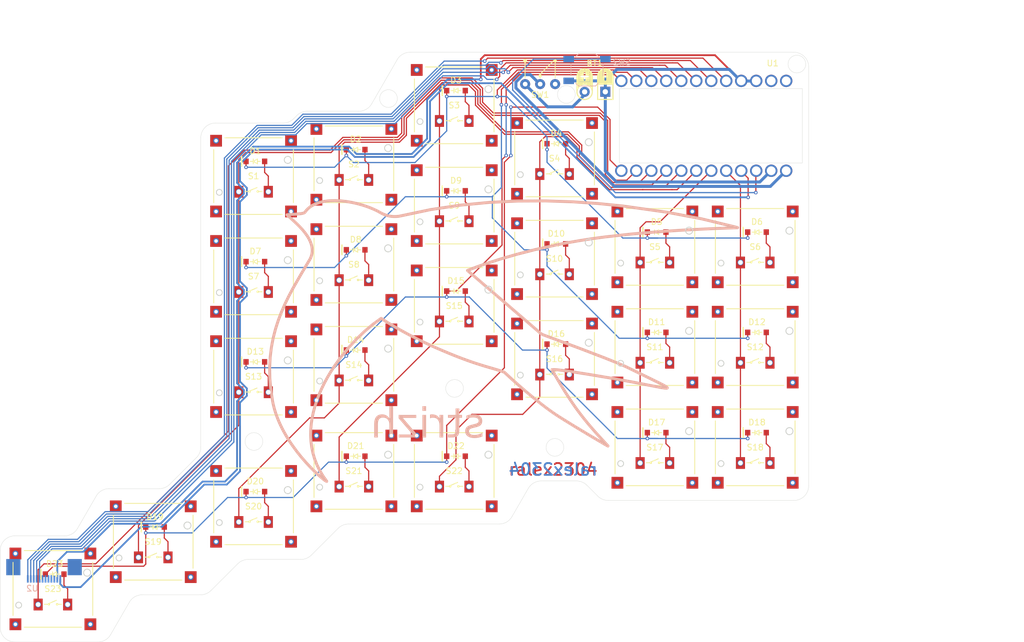
<source format=kicad_pcb>
(kicad_pcb (version 20241229) (generator "pcbnew") (generator_version "9.0")
  (title_block (title "strizh keyboard right half (trackpad)") (rev "v1.0.0") (company "Alex Rozhkov (ralex2304)"))
  (layers (0 "F.Cu" signal) (2 "B.Cu" signal) (13 "F.Paste" user) (15 "B.Paste" user) (5 "F.SilkS" user "F.Silkscreen") (7 "B.SilkS" user "B.Silkscreen") (1 "F.Mask" user) (3 "B.Mask" user) (25 "Edge.Cuts" user))
  (net 0 "")
  (net 1 "+BATT")
  (net 2 "-BATT")
  (net 3 "Net-(D1-A)")
  (net 4 "raw")
  (net 5 "ROW1")
  (net 6 "cs")
  (net 7 "mosi")
  (net 8 "rst")
  (net 9 "sck")
  (net 10 "Net-(D2-A)")
  (net 11 "Net-(D3-A)")
  (net 12 "Net-(D4-A)")
  (net 13 "Net-(D5-A)")
  (net 14 "Net-(D6-A)")
  (net 15 "+3.3V")
  (net 16 "Net-(D7-A)")
  (net 17 "ROW2")
  (net 18 "Net-(D8-A)")
  (net 19 "Net-(D9-A)")
  (net 20 "Net-(D10-A)")
  (net 21 "Net-(D11-A)")
  (net 22 "miso")
  (net 23 "Net-(D12-A)")
  (net 24 "ROW3")
  (net 25 "Net-(D13-A)")
  (net 26 "Net-(D14-A)")
  (net 27 "Net-(D15-A)")
  (net 28 "Net-(D16-A)")
  (net 29 "Net-(D17-A)")
  (net 30 "Net-(D18-A)")
  (net 31 "Net-(D19-A)")
  (net 32 "ROW4")
  (net 33 "Net-(D20-A)")
  (net 34 "Net-(D21-A)")
  (net 35 "Net-(D22-A)")
  (net 36 "Net-(D23-A)")
  (net 37 "COL6")
  (net 38 "COL5")
  (net 39 "COL4")
  (net 40 "COL3")
  (net 41 "COL2")
  (net 42 "COL1")
  (net 43 "COL7")
  (net 45 "dr")
  (footprint "strizh_lib:1N4148W_SOD-123" (layer "F.Cu") (at 171.8 65.85)
    (property "Reference" "D4")
    (property "Value" "1N4148W")
  )
  (footprint "strizh_lib:PG1316S" (layer "F.Cu") (at 154.5 59.35)
    (property "Reference" "S3")
    (property "Value" "PG1316S")
    (fp_circle (center -5.8 2.75) (end -5.3 2.75) (stroke (width 0.1524)) (fill no) (layer "Edge.Cuts"))
    (fp_circle (center 5.8 -2.75) (end 6.4 -2.75) (stroke (width 0.1524)) (fill no) (layer "Edge.Cuts"))
  )
  (footprint "strizh_lib:1N4148W_SOD-123" (layer "F.Cu") (at 188.8 97.85)
    (property "Reference" "D11")
    (property "Value" "1N4148W")
  )
  (footprint "strizh_lib:1N4148W_SOD-123" (layer "F.Cu") (at 171.8 99.85)
    (property "Reference" "D16")
    (property "Value" "1N4148W")
  )
  (footprint "strizh_lib:1N4148W_SOD-123" (layer "F.Cu") (at 154.8 73.85)
    (property "Reference" "D9")
    (property "Value" "1N4148W")
  )
  (footprint "strizh_lib:1N4148W_SOD-123" (layer "F.Cu") (at 205.8 114.85)
    (property "Reference" "D18")
    (property "Value" "1N4148W")
  )
  (footprint "strizh_lib:1N4148W_SOD-123" (layer "F.Cu") (at 188.8 80.85)
    (property "Reference" "D5")
    (property "Value" "1N4148W")
  )
  (footprint "strizh_lib:1N4148W_SOD-123" (layer "F.Cu") (at 188.8 114.85)
    (property "Reference" "D17")
    (property "Value" "1N4148W")
  )
  (footprint "strizh_lib:PG1316S" (layer "F.Cu") (at 154.5 121.35)
    (property "Reference" "S22")
    (property "Value" "PG1316S")
    (fp_circle (center -5.8 2.75) (end -5.3 2.75) (stroke (width 0.1524)) (fill no) (layer "Edge.Cuts"))
    (fp_circle (center 5.8 -2.75) (end 6.4 -2.75) (stroke (width 0.1524)) (fill no) (layer "Edge.Cuts"))
  )
  (footprint "strizh_lib:1N4148W_SOD-123" (layer "F.Cu") (at 205.8 80.85)
    (property "Reference" "D6")
    (property "Value" "1N4148W")
  )
  (footprint "strizh_lib:PG1316S" (layer "F.Cu") (at 120.5 127.35)
    (property "Reference" "S20")
    (property "Value" "PG1316S")
    (fp_circle (center -5.8 2.75) (end -5.3 2.75) (stroke (width 0.1524)) (fill no) (layer "Edge.Cuts"))
    (fp_circle (center 5.8 -2.75) (end 6.4 -2.75) (stroke (width 0.1524)) (fill no) (layer "Edge.Cuts"))
  )
  (footprint "strizh_lib:PG1316S" (layer "F.Cu") (at 103.5 133.35)
    (property "Reference" "S19")
    (property "Value" "PG1316S")
    (fp_circle (center -5.8 2.75) (end -5.3 2.75) (stroke (width 0.1524)) (fill no) (layer "Edge.Cuts"))
    (fp_circle (center 5.8 -2.75) (end 6.4 -2.75) (stroke (width 0.1524)) (fill no) (layer "Edge.Cuts"))
  )
  (footprint "strizh_lib:PG1316S" (layer "F.Cu") (at 120.5 88.35)
    (property "Reference" "S7")
    (property "Value" "PG1316S")
    (fp_circle (center -5.8 2.75) (end -5.3 2.75) (stroke (width 0.1524)) (fill no) (layer "Edge.Cuts"))
    (fp_circle (center 5.8 -2.75) (end 6.4 -2.75) (stroke (width 0.1524)) (fill no) (layer "Edge.Cuts"))
  )
  (footprint "strizh_lib:PG1316S" (layer "F.Cu") (at 154.5 93.35)
    (property "Reference" "S15")
    (property "Value" "PG1316S")
    (fp_circle (center -5.8 2.75) (end -5.3 2.75) (stroke (width 0.1524)) (fill no) (layer "Edge.Cuts"))
    (fp_circle (center 5.8 -2.75) (end 6.4 -2.75) (stroke (width 0.1524)) (fill no) (layer "Edge.Cuts"))
  )
  (footprint "strizh_lib:1N4148W_SOD-123" (layer "F.Cu") (at 137.8 118.85)
    (property "Reference" "D21")
    (property "Value" "1N4148W")
  )
  (footprint "strizh_lib:1N4148W_SOD-123" (layer "F.Cu") (at 137.8 83.85)
    (property "Reference" "D8")
    (property "Value" "1N4148W")
  )
  (footprint "strizh_lib:PG1316S" (layer "F.Cu") (at 137.5 121.35)
    (property "Reference" "S21")
    (property "Value" "PG1316S")
    (fp_circle (center -5.8 2.75) (end -5.3 2.75) (stroke (width 0.1524)) (fill no) (layer "Edge.Cuts"))
    (fp_circle (center 5.8 -2.75) (end 6.4 -2.75) (stroke (width 0.1524)) (fill no) (layer "Edge.Cuts"))
  )
  (footprint "strizh_lib:1N4148W_SOD-123" (layer "F.Cu") (at 154.8 56.85)
    (property "Reference" "D3")
    (property "Value" "1N4148W")
  )
  (footprint "strizh_lib:1N4148W_SOD-123" (layer "F.Cu") (at 154.8 90.85)
    (property "Reference" "D15")
    (property "Value" "1N4148W")
  )
  (footprint "strizh_lib:PG1316S" (layer "F.Cu") (at 171.5 85.35)
    (property "Reference" "S10")
    (property "Value" "PG1316S")
    (fp_circle (center -5.8 2.75) (end -5.3 2.75) (stroke (width 0.1524)) (fill no) (layer "Edge.Cuts"))
    (fp_circle (center 5.8 -2.75) (end 6.4 -2.75) (stroke (width 0.1524)) (fill no) (layer "Edge.Cuts"))
  )
  (footprint "strizh_lib:PG1316S" (layer "F.Cu") (at 205.5 83.35)
    (property "Reference" "S6")
    (property "Value" "PG1316S")
    (fp_circle (center -5.8 2.75) (end -5.3 2.75) (stroke (width 0.1524)) (fill no) (layer "Edge.Cuts"))
    (fp_circle (center 5.8 -2.75) (end 6.4 -2.75) (stroke (width 0.1524)) (fill no) (layer "Edge.Cuts"))
  )
  (footprint "strizh_lib:PG1316S" (layer "F.Cu") (at 171.5 68.35)
    (property "Reference" "S4")
    (property "Value" "PG1316S")
    (fp_circle (center -5.8 2.75) (end -5.3 2.75) (stroke (width 0.1524)) (fill no) (layer "Edge.Cuts"))
    (fp_circle (center 5.8 -2.75) (end 6.4 -2.75) (stroke (width 0.1524)) (fill no) (layer "Edge.Cuts"))
  )
  (footprint "strizh_lib:PG1316S" (layer "F.Cu") (at 137.5 86.35)
    (property "Reference" "S8")
    (property "Value" "PG1316S")
    (fp_circle (center -5.8 2.75) (end -5.3 2.75) (stroke (width 0.1524)) (fill no) (layer "Edge.Cuts"))
    (fp_circle (center 5.8 -2.75) (end 6.4 -2.75) (stroke (width 0.1524)) (fill no) (layer "Edge.Cuts"))
  )
  (footprint "strizh_lib:1N4148W_SOD-123" (layer "F.Cu") (at 137.8 100.85)
    (property "Reference" "D14")
    (property "Value" "1N4148W")
  )
  (footprint "strizh_lib:1N4148W_SOD-123" (layer "F.Cu") (at 137.8 66.85)
    (property "Reference" "D2")
    (property "Value" "1N4148W")
  )
  (footprint "strizh_lib:1N4148W_SOD-123" (layer "F.Cu") (at 120.8 85.85)
    (property "Reference" "D7")
    (property "Value" "1N4148W")
  )
  (footprint "strizh_lib:PG1316S" (layer "F.Cu") (at 188.5 117.35)
    (property "Reference" "S17")
    (property "Value" "PG1316S")
    (fp_circle (center -5.8 2.75) (end -5.3 2.75) (stroke (width 0.1524)) (fill no) (layer "Edge.Cuts"))
    (fp_circle (center 5.8 -2.75) (end 6.4 -2.75) (stroke (width 0.1524)) (fill no) (layer "Edge.Cuts"))
  )
  (footprint "strizh_lib:1N4148W_SOD-123" (layer "F.Cu") (at 120.8 102.85)
    (property "Reference" "D13")
    (property "Value" "1N4148W")
  )
  (footprint "strizh_lib:PG1316S" (layer "F.Cu") (at 205.5 100.35)
    (property "Reference" "S12")
    (property "Value" "PG1316S")
    (fp_circle (center -5.8 2.75) (end -5.3 2.75) (stroke (width 0.1524)) (fill no) (layer "Edge.Cuts"))
    (fp_circle (center 5.8 -2.75) (end 6.4 -2.75) (stroke (width 0.1524)) (fill no) (layer "Edge.Cuts"))
  )
  (footprint "strizh_lib:PG1316S" (layer "F.Cu") (at 137.5 103.35)
    (property "Reference" "S14")
    (property "Value" "PG1316S")
    (fp_circle (center -5.8 2.75) (end -5.3 2.75) (stroke (width 0.1524)) (fill no) (layer "Edge.Cuts"))
    (fp_circle (center 5.8 -2.75) (end 6.4 -2.75) (stroke (width 0.1524)) (fill no) (layer "Edge.Cuts"))
  )
  (footprint "strizh_lib:1N4148W_SOD-123" (layer "F.Cu") (at 120.8 68.85)
    (property "Reference" "D1")
    (property "Value" "1N4148W")
  )
  (footprint "strizh_lib:1N4148W_SOD-123" (layer "F.Cu") (at 86.8 138.85)
    (property "Reference" "D23")
    (property "Value" "1N4148W")
  )
  (footprint "strizh_lib:1N4148W_SOD-123" (layer "F.Cu") (at 120.8 124.85)
    (property "Reference" "D20")
    (property "Value" "1N4148W")
  )
  (footprint "strizh_lib:1N4148W_SOD-123" (layer "F.Cu") (at 103.8 130.85)
    (property "Reference" "D19")
    (property "Value" "1N4148W")
  )
  (footprint "strizh_lib:supermini_nrf52840" (layer "F.Cu") (at 215.831 62.82 -90)
    (property "Reference" "U1")
    (property "Value" "SuperMini")
  )
  (footprint "strizh_lib:PG1316S" (layer "F.Cu") (at 120.5 105.35)
    (property "Reference" "S13")
    (property "Value" "PG1316S")
    (fp_circle (center -5.8 2.75) (end -5.3 2.75) (stroke (width 0.1524)) (fill no) (layer "Edge.Cuts"))
    (fp_circle (center 5.8 -2.75) (end 6.4 -2.75) (stroke (width 0.1524)) (fill no) (layer "Edge.Cuts"))
  )
  (footprint "strizh_lib:batt_pins" (layer "F.Cu") (at 178.3 55.85 -90)
    (property "Reference" "BT1")
    (property "Value" "Battery_Cell")
  )
  (footprint "strizh_lib:PG1316S" (layer "F.Cu") (at 188.5 100.35)
    (property "Reference" "S11")
    (property "Value" "PG1316S")
    (fp_circle (center -5.8 2.75) (end -5.3 2.75) (stroke (width 0.1524)) (fill no) (layer "Edge.Cuts"))
    (fp_circle (center 5.8 -2.75) (end 6.4 -2.75) (stroke (width 0.1524)) (fill no) (layer "Edge.Cuts"))
  )
  (footprint "strizh_lib:PG1316S" (layer "F.Cu") (at 188.5 83.35)
    (property "Reference" "S5")
    (property "Value" "PG1316S")
    (fp_circle (center -5.8 2.75) (end -5.3 2.75) (stroke (width 0.1524)) (fill no) (layer "Edge.Cuts"))
    (fp_circle (center 5.8 -2.75) (end 6.4 -2.75) (stroke (width 0.1524)) (fill no) (layer "Edge.Cuts"))
  )
  (footprint "strizh_lib:1N4148W_SOD-123" (layer "F.Cu") (at 205.8 97.85)
    (property "Reference" "D12")
    (property "Value" "1N4148W")
  )
  (footprint "strizh_lib:PG1316S" (layer "F.Cu") (at 205.5 117.35)
    (property "Reference" "S18")
    (property "Value" "PG1316S")
    (fp_circle (center -5.8 2.75) (end -5.3 2.75) (stroke (width 0.1524)) (fill no) (layer "Edge.Cuts"))
    (fp_circle (center 5.8 -2.75) (end 6.4 -2.75) (stroke (width 0.1524)) (fill no) (layer "Edge.Cuts"))
  )
  (footprint "strizh_lib:1N4148W_SOD-123" (layer "F.Cu") (at 154.8 118.85)
    (property "Reference" "D22")
    (property "Value" "1N4148W")
  )
  (footprint "strizh_lib:PG1316S" (layer "F.Cu") (at 86.5 141.35)
    (property "Reference" "S23")
    (property "Value" "PG1316S")
    (fp_circle (center -5.8 2.75) (end -5.3 2.75) (stroke (width 0.1524)) (fill no) (layer "Edge.Cuts"))
    (fp_circle (center 5.8 -2.75) (end 6.4 -2.75) (stroke (width 0.1524)) (fill no) (layer "Edge.Cuts"))
  )
  (footprint "strizh_lib:1N4148W_SOD-123" (layer "F.Cu") (at 171.8 82.85)
    (property "Reference" "D10")
    (property "Value" "1N4148W")
  )
  (footprint "strizh_lib:PG1316S" (layer "F.Cu") (at 120.5 71.35)
    (property "Reference" "S1")
    (property "Value" "PG1316S")
    (fp_circle (center -5.8 2.75) (end -5.3 2.75) (stroke (width 0.1524)) (fill no) (layer "Edge.Cuts"))
    (fp_circle (center 5.8 -2.75) (end 6.4 -2.75) (stroke (width 0.1524)) (fill no) (layer "Edge.Cuts"))
  )
  (footprint "strizh_lib:PG1316S" (layer "F.Cu") (at 154.5 76.35)
    (property "Reference" "S9")
    (property "Value" "PG1316S")
    (fp_circle (center -5.8 2.75) (end -5.3 2.75) (stroke (width 0.1524)) (fill no) (layer "Edge.Cuts"))
    (fp_circle (center 5.8 -2.75) (end 6.4 -2.75) (stroke (width 0.1524)) (fill no) (layer "Edge.Cuts"))
  )
  (footprint "strizh_lib:PG1316S" (layer "F.Cu") (at 171.5 102.35)
    (property "Reference" "S16")
    (property "Value" "PG1316S")
    (fp_circle (center -5.8 2.75) (end -5.3 2.75) (stroke (width 0.1524)) (fill no) (layer "Edge.Cuts"))
    (fp_circle (center 5.8 -2.75) (end 6.4 -2.75) (stroke (width 0.1524)) (fill no) (layer "Edge.Cuts"))
  )
  (footprint "strizh_lib:BSI-10H" (layer "F.Cu") (at 169.061 55.75)
    (property "Reference" "SW1")
    (property "Value" "SW_SPDT_312")
  )
  (footprint "strizh_lib:PG1316S" (layer "F.Cu") (at 137.5 69.35)
    (property "Reference" "S2")
    (property "Value" "PG1316S")
    (fp_circle (center -5.8 2.75) (end -5.3 2.75) (stroke (width 0.1524)) (fill no) (layer "Edge.Cuts"))
    (fp_circle (center 5.8 -2.75) (end 6.4 -2.75) (stroke (width 0.1524)) (fill no) (layer "Edge.Cuts"))
  )
  (footprint "Button_Switch_SMD:SW_SPST_SKQG_WithStem" (layer "B.Cu") (at 177 53.35)
    (property "Reference" "SW2")
    (property "Value" "SW_SPST")
  )
  (footprint "strizh_lib:FFC&FPC_0.5mm_12pin" (layer "B.Cu") (at 85 140.275)
    (property "Reference" "U2")
    (property "Value" "FFC&FPC_0.5mm_12pin")
  )
  (gr_poly (pts (xy 251.050935 41.492835) (xy 251.048773 41.492414) (xy 251.053575 41.487539)) (fill yes) (layer "B.SilkS"))
  (gr_poly (pts (xy 133.377902 75.532403) (xy 132.936582 75.574005) (xy 132.506864 75.634959) (xy 132.090377 75.716006) (xy 131.688752 75.817888) (xy 131.30362 75.941346) (xy 130.936609 76.087123) (xy 130.589351 76.25596) (xy 130.263475 76.448598) (xy 129.960611 76.665779) (xy 129.682391 76.908246) (xy 129.430443 77.176739) (xy 129.206398 77.472) (xy 129.181636 77.506598) (xy 129.144486 77.53873) (xy 129.095737 77.568508) (xy 129.036177 77.596041) (xy 128.887781 77.64482) (xy 128.705603 77.685953) (xy 128.495954 77.720329) (xy 128.265139 77.748835) (xy 127.765246 77.791782) (xy 126.789021 77.846266) (xy 126.413614 77.871996) (xy 126.276164 77.887588) (xy 126.181274 77.906055) (xy 126.39101 78.119006) (xy 126.683235 78.388458) (xy 127.443607 79.076813) (xy 127.878141 79.487884) (xy 128.326501 79.938329) (xy 128.77188 80.424233) (xy 129.197471 80.941679) (xy 129.586469 81.486751) (xy 129.761994 81.768423) (xy 129.922069 82.055533) (xy 130.064592 82.347592) (xy 130.187463 82.64411) (xy 130.288581 82.944597) (xy 130.365846 83.248564) (xy 130.417156 83.555522) (xy 130.440412 83.864981) (xy 130.433512 84.176451) (xy 130.394355 84.489443) (xy 130.320841 84.803468) (xy 130.21087 85.118036) (xy 130.062339 85.432657) (xy 129.873149 85.746842) (xy 128.507868 88.050083) (xy 127.128263 90.463614) (xy 126.462029 91.724672) (xy 125.826941 93.02882) (xy 125.234577 94.381234) (xy 124.696512 95.787085) (xy 124.224322 97.251546) (xy 123.829583 98.77979) (xy 123.523871 100.376991) (xy 123.318761 102.04832) (xy 123.225831 103.798952) (xy 123.256656 105.634059) (xy 123.422812 107.558814) (xy 123.735875 109.57839) (xy 123.881302 110.257423) (xy 124.05831 110.928317) (xy 124.264646 111.590237) (xy 124.498056 112.242345) (xy 124.756286 112.883805) (xy 125.037082 113.51378) (xy 125.33819 114.131434) (xy 125.657357 114.735929) (xy 125.992329 115.326431) (xy 126.340852 115.902101) (xy 126.700673 116.462103) (xy 127.069536 117.005601) (xy 127.825379 118.039739) (xy 128.590351 118.997821) (xy 129.34642 119.873154) (xy 130.075558 120.659046) (xy 130.759733 121.348805) (xy 131.380915 121.935737) (xy 131.921075 122.41315) (xy 132.362181 122.774352) (xy 132.686204 123.01265) (xy 132.875113 123.121351) (xy 132.876517 123.121803) (xy 132.877899 123.122121) (xy 132.879255 123.12231) (xy 132.880583 123.122376) (xy 132.881879 123.122323) (xy 132.88314 123.122158) (xy 132.884362 123.121886) (xy 132.885542 123.121512) (xy 132.886677 123.121041) (xy 132.887763 123.12048) (xy 132.888797 123.119832) (xy 132.889775 123.119104) (xy 132.890695 123.118301) (xy 132.891553 123.117429) (xy 132.892346 123.116492) (xy 132.893069 123.115496) (xy 132.893721 123.114447) (xy 132.894297 123.11335) (xy 132.894795 123.11221) (xy 132.89521 123.111032) (xy 132.89554 123.109823) (xy 132.895781 123.108587) (xy 132.89593 123.10733) (xy 132.895983 123.106057) (xy 132.895938 123.104774) (xy 132.89579 123.103485) (xy 132.895537 123.102197) (xy 132.895175 123.100915) (xy 132.894701 123.099643) (xy 132.894111 123.098388) (xy 132.893403 123.097155) (xy 132.892572 123.09595) (xy 132.240267 122.172868) (xy 131.684414 121.232077) (xy 131.221437 120.275735) (xy 130.847757 119.306002) (xy 130.559796 118.325037) (xy 130.353977 117.334998) (xy 130.22672 116.338044) (xy 130.174449 115.336336) (xy 130.193585 114.33203) (xy 130.280551 113.327288) (xy 130.431768 112.324267) (xy 130.643658 111.325127) (xy 130.912643 110.332027) (xy 131.235146 109.347126) (xy 131.607588 108.372582) (xy 132.026392 107.410555) (xy 132.487979 106.463204) (xy 132.988771 105.532688) (xy 133.525191 104.621166) (xy 134.093661 103.730797) (xy 135.312436 102.022154) (xy 136.616474 100.42403) (xy 137.97715 98.953699) (xy 139.365841 97.628432) (xy 140.753922 96.465501) (xy 142.11277 95.48218) (xy 142.11383 95.481482) (xy 142.114922 95.480878) (xy 142.116042 95.480366) (xy 142.117186 95.479948) (xy 142.118347 95.479622) (xy 142.119523 95.479389) (xy 142.120708 95.47925) (xy 142.121898 95.479203) (xy 142.123088 95.47925) (xy 142.124273 95.479389) (xy 142.125448 95.479622) (xy 142.12661 95.479948) (xy 142.127754 95.480366) (xy 142.128874 95.480878) (xy 142.129966 95.481482) (xy 142.131026 95.48218) (xy 142.997839 96.046239) (xy 143.930707 96.618595) (xy 145.170989 97.340747) (xy 146.699514 98.179877) (xy 148.497111 99.10317) (xy 150.544609 100.077808) (xy 151.65608 100.574127) (xy 152.822838 101.070975) (xy 153.922836 101.529792) (xy 154.945832 101.939301) (xy 155.89506 102.303286) (xy 156.773754 102.625534) (xy 157.585151 102.909832) (xy 158.332484 103.159964) (xy 159.647899 103.572874) (xy 161.652291 104.155288) (xy 162.393025 104.385363) (xy 162.709347 104.498368) (xy 162.993953 104.615067) (xy 162.994547 104.615367) (xy 162.995142 104.615676) (xy 162.995738 104.616004) (xy 162.996036 104.616177) (xy 162.996333 104.616359) (xy 162.996631 104.61655) (xy 162.996929 104.616751) (xy 162.997227 104.616964) (xy 162.997524 104.61719) (xy 162.997822 104.617429) (xy 162.998119 104.617684) (xy 162.998417 104.617955) (xy 162.998714 104.618243) (xy 164.333578 105.846423) (xy 165.389052 106.787377) (xy 166.628533 107.860117) (xy 167.996006 109.000054) (xy 169.435457 110.142595) (xy 170.164668 110.694657) (xy 170.890869 111.223149) (xy 171.607056 111.719997) (xy 172.306228 112.177126) (xy 173.683422 113.038233) (xy 175.035091 113.868607) (xy 177.51303 115.360063) (xy 179.442388 116.497308) (xy 180.52551 117.126157) (xy 180.526997 117.126963) (xy 180.52848 117.127598) (xy 180.529952 117.128071) (xy 180.531409 117.128387) (xy 180.532845 117.128554) (xy 180.534256 117.128578) (xy 180.535637 117.128467) (xy 180.536982 117.128227) (xy 180.538286 117.127865) (xy 180.539544 117.127387) (xy 180.540752 117.126801) (xy 180.541904 117.126113) (xy 180.542994 117.125331) (xy 180.544019 117.124461) (xy 180.544972 117.12351) (xy 180.545849 117.122484) (xy 180.546645 117.121392) (xy 180.547354 117.120238) (xy 180.547971 117.119031) (xy 180.548492 117.117777) (xy 180.548911 117.116482) (xy 180.549224 117.115155) (xy 180.549424 117.113801) (xy 180.549508 117.112427) (xy 180.549469 117.111041) (xy 180.549303 117.109649) (xy 180.549005 117.108257) (xy 180.54857 117.106874) (xy 180.547992 117.105504) (xy 180.547267 117.104157) (xy 180.546389 117.102837) (xy 180.545354 117.101553) (xy 178.633209 115.017066) (xy 177.904723 114.188824) (xy 177.130864 113.276186) (xy 176.339033 112.29838) (xy 175.556634 111.274633) (xy 175.158971 110.731149) (xy 174.766141 110.17508) (xy 174.380467 109.612001) (xy 174.00427 109.047483) (xy 173.289596 107.936423) (xy 172.640694 106.886486) (xy 172.076141 105.942254) (xy 171.614512 105.14831) (xy 171.074329 104.189621) (xy 171.07384 104.18865) (xy 171.073416 104.187671) (xy 171.073055 104.186687) (xy 171.072755 104.185701) (xy 171.072517 104.184714) (xy 171.072339 104.183729) (xy 171.07222 104.182747) (xy 171.072159 104.181772) (xy 171.072155 104.180804) (xy 171.072206 104.179847) (xy 171.072313 104.178902) (xy 171.072474 104.177972) (xy 171.072687 104.177059) (xy 171.072952 104.176165) (xy 171.073269 104.175292) (xy 171.073635 104.174442) (xy 171.074049 104.173618) (xy 171.074512 104.172822) (xy 171.075022 104.172055) (xy 171.075577 104.171321) (xy 171.076177 104.170621) (xy 171.076821 104.169958) (xy 171.077507 104.169333) (xy 171.078235 104.168749) (xy 171.079004 104.168208) (xy 171.079813 104.167713) (xy 171.08066 104.167264) (xy 171.081545 104.166866) (xy 171.082467 104.166519) (xy 171.083424 104.166226) (xy 171.084416 104.165989) (xy 171.085441 104.16581) (xy 171.455563 104.156938) (xy 172.092152 104.207494) (xy 172.985525 104.314475) (xy 174.126 104.474876) (xy 177.10952 104.94392) (xy 180.965247 105.590591) (xy 184.769633 106.280536) (xy 187.655406 106.844295) (xy 189.583972 107.211414) (xy 190.177242 107.299217) (xy 190.516738 107.311442) (xy 190.589813 107.28646) (xy 190.597636 107.239281) (xy 190.539603 107.168804) (xy 190.415112 107.073928) (xy 189.964341 106.806577) (xy 189.2405 106.428421) (xy 183.517947 103.631619) (xy 181.881869 102.937164) (xy 179.95566 102.165041) (xy 175.754974 100.557821) (xy 169.615417 98.281744) (xy 169.577478 98.26675) (xy 169.539867 98.250942) (xy 169.502598 98.234325) (xy 169.465684 98.216904) (xy 169.429137 98.198682) (xy 169.392971 98.179666) (xy 169.357197 98.159858) (xy 169.321829 98.139265) (xy 169.28688 98.11789) (xy 169.252362 98.095739) (xy 169.218288 98.072815) (xy 169.184671 98.049124) (xy 169.151524 98.024671) (xy 169.11886 97.999459) (xy 169.086691 97.973494) (xy 169.05503 97.94678) (xy 156.755875 87.363713) (xy 156.755016 87.36295) (xy 156.754227 87.362154) (xy 156.753507 87.361326) (xy 156.752854 87.360469) (xy 156.752269 87.359587) (xy 156.751751 87.358683) (xy 156.751299 87.357758) (xy 156.750913 87.356817) (xy 156.750592 87.355862) (xy 156.750335 87.354895) (xy 156.750143 87.353921) (xy 156.750014 87.352941) (xy 156.749947 87.351959) (xy 156.749943 87.350978) (xy 156.75 87.35) (xy 156.750119 87.349028) (xy 156.750298 87.348066) (xy 156.750537 87.347116) (xy 156.750835 87.346181) (xy 156.751192 87.345264) (xy 156.751607 87.344368) (xy 156.752079 87.343496) (xy 156.752609 87.34265) (xy 156.753195 87.341835) (xy 156.753837 87.341052) (xy 156.754534 87.340304) (xy 156.755285 87.339595) (xy 156.756091 87.338926) (xy 156.75695 87.338303) (xy 156.757863 87.337726) (xy 156.758827 87.337199) (xy 156.759844 87.336725) (xy 158.394608 86.71543) (xy 160.104694 86.122106) (xy 162.353696 85.404837) (xy 165.099449 84.612) (xy 168.299789 83.791974) (xy 171.912549 82.993138) (xy 173.860411 82.616784) (xy 175.895567 82.263869) (xy 177.95528 81.947297) (xy 180.071808 81.663414) (xy 184.38125 81.18644) (xy 188.635775 80.81839) (xy 192.647263 80.544706) (xy 196.227597 80.350831) (xy 199.188656 80.222208) (xy 202.500479 80.102488) (xy 202.502146 80.102341) (xy 202.503723 80.102053) (xy 202.505211 80.101633) (xy 202.506607 80.101091) (xy 202.50791 80.100434) (xy 202.50912 80.099671) (xy 202.510236 80.098811) (xy 202.511256 80.097862) (xy 202.51218 80.096832) (xy 202.513006 80.095731) (xy 202.513733 80.094567) (xy 202.514361 80.093349) (xy 202.514889 80.092084) (xy 202.515315 80.090783) (xy 202.515638 80.089452) (xy 202.515857 80.088101) (xy 202.515972 80.086739) (xy 202.515982 80.085373) (xy 202.515884 80.084013) (xy 202.515679 80.082667) (xy 202.515365 80.081344) (xy 202.514942 80.080052) (xy 202.514407 80.0788) (xy 202.513761 80.077596) (xy 202.513003 80.07645) (xy 202.51213 80.075368) (xy 202.511142 80.074361) (xy 202.510039 80.073437) (xy 202.508819 80.072604) (xy 202.507481 80.07187) (xy 202.506024 80.071246) (xy 202.504447 80.070738) (xy 196.361517 78.583139) (xy 190.445128 77.460325) (xy 183.07067 76.418595) (xy 178.93945 76.006361) (xy 174.567053 75.708268) (xy 169.994594 75.555605) (xy 165.263187 75.579663) (xy 160.413946 75.811732) (xy 155.487983 76.283101) (xy 150.526414 77.02506) (xy 145.570351 78.0689) (xy 145.351858 78.117032) (xy 145.13236 78.154887) (xy 144.912171 78.182494) (xy 144.691607 78.199882) (xy 144.470982 78.207079) (xy 144.250612 78.204116) (xy 144.030811 78.19102) (xy 143.811896 78.167822) (xy 143.59418 78.134549) (xy 143.377979 78.091233) (xy 143.163609 78.0379) (xy 142.951384 77.974581) (xy 142.741619 77.901304) (xy 142.53463 77.818099) (xy 142.330731 77.724994) (xy 142.130238 77.622019) (xy 141.447188 77.24718) (xy 140.686654 76.89338) (xy 139.861678 76.566553) (xy 138.9853 76.272632) (xy 138.070562 76.01755) (xy 137.130505 75.807242) (xy 136.178169 75.647639) (xy 135.226596 75.544676) (xy 134.288826 75.504286)) (stroke (width 0.5)) (fill no) (layer "B.SilkS"))
  (gr_arc (start 77.561 134.85) (mid 78.293233 133.082233) (end 80.061 132.35) (stroke (width 0.05)) (layer "Edge.Cuts"))
  (gr_line (start 77.561 134.85) (end 77.561 147.85) (stroke (width 0.05)) (layer "Edge.Cuts"))
  (gr_line (start 180.596534 126.35) (end 212.061 126.35) (stroke (width 0.05)) (layer "Edge.Cuts"))
  (gr_line (start 176.993233 123.782233) (end 178.828767 125.617767) (stroke (width 0.05)) (layer "Edge.Cuts"))
  (gr_line (start 80.061 150.35) (end 94.117624 150.349999) (stroke (width 0.05)) (layer "Edge.Cuts"))
  (gr_circle (center 143.361 58.2) (end 144.861 58.2) (stroke (width 0.05)) (fill no) (layer "Edge.Cuts"))
  (gr_line (start 119.596534 136.35) (end 128.525466 136.35) (stroke (width 0.05)) (layer "Edge.Cuts"))
  (gr_arc (start 134.828767 131.082233) (mid 135.639825 130.540301) (end 136.596534 130.35) (stroke (width 0.05)) (layer "Edge.Cuts"))
  (gr_line (start 93.839456 125.600752) (end 90.667441 131.099249) (stroke (width 0.05)) (layer "Edge.Cuts"))
  (gr_arc (start 106.293233 123.617767) (mid 105.482173 124.159688) (end 104.525466 124.35) (stroke (width 0.05)) (layer "Edge.Cuts"))
  (gr_arc (start 140.508983 59.100043) (mid 139.593923 60.015095) (end 138.343936 60.35001) (stroke (width 0.05)) (layer "Edge.Cuts"))
  (gr_arc (start 127.828767 61.082233) (mid 128.639829 60.540312) (end 129.596537 60.35) (stroke (width 0.05)) (layer "Edge.Cuts"))
  (gr_arc (start 212.061 50.35) (mid 213.828767 51.082233) (end 214.561 52.85) (stroke (width 0.05)) (layer "Edge.Cuts"))
  (gr_arc (start 111.561 64.85) (mid 112.293233 63.082233) (end 114.061 62.35) (stroke (width 0.05)) (layer "Edge.Cuts"))
  (gr_line (start 138.343936 60.35001) (end 129.596537 60.35) (stroke (width 0.05)) (layer "Edge.Cuts"))
  (gr_line (start 111.561 64.85) (end 111.561 117.314466) (stroke (width 0.05)) (layer "Edge.Cuts"))
  (gr_circle (center 173.5 57.5) (end 175 57.5) (stroke (width 0.05)) (fill no) (layer "Edge.Cuts"))
  (gr_poly (pts (xy 182.5 56.52) (xy 213.5 56.52) (xy 213.5 69.12) (xy 182.5 69.12)) (stroke (width 0.05)) (fill no) (layer "Edge.Cuts"))
  (gr_arc (start 144.839307 51.599967) (mid 145.754364 50.684909) (end 147.004351 50.35) (stroke (width 0.05)) (layer "Edge.Cuts"))
  (gr_line (start 127.828767 61.082233) (end 127.293233 61.617767) (stroke (width 0.05)) (layer "Edge.Cuts"))
  (gr_arc (start 180.596534 126.35) (mid 179.639818 126.15971) (end 178.828767 125.617767) (stroke (width 0.05)) (layer "Edge.Cuts"))
  (gr_circle (center 154.561 107.35) (end 156.061 107.35) (stroke (width 0.05)) (fill no) (layer "Edge.Cuts"))
  (gr_circle (center 120.561 116.35) (end 122.061 116.35) (stroke (width 0.05)) (fill no) (layer "Edge.Cuts"))
  (gr_line (start 136.596534 130.35) (end 162.117624 130.35) (stroke (width 0.05)) (layer "Edge.Cuts"))
  (gr_line (start 113.293233 141.617767) (end 117.828767 137.082233) (stroke (width 0.05)) (layer "Edge.Cuts"))
  (gr_arc (start 164.282687 129.100001) (mid 163.367624 130.015064) (end 162.117624 130.35) (stroke (width 0.05)) (layer "Edge.Cuts"))
  (gr_arc (start 93.839456 125.600752) (mid 94.754574 124.685136) (end 96.004953 124.35) (stroke (width 0.05)) (layer "Edge.Cuts"))
  (gr_arc (start 175.225466 123.05) (mid 176.182175 123.240301) (end 176.993233 123.782233) (stroke (width 0.05)) (layer "Edge.Cuts"))
  (gr_arc (start 96.282688 149.099999) (mid 95.367624 150.015063) (end 94.117624 150.349999) (stroke (width 0.05)) (layer "Edge.Cuts"))
  (gr_line (start 169.219034 123.05) (end 175.225466 123.05) (stroke (width 0.05)) (layer "Edge.Cuts"))
  (gr_line (start 88.501944 132.35) (end 80.061 132.35) (stroke (width 0.05)) (layer "Edge.Cuts"))
  (gr_line (start 164.282687 129.100001) (end 167.053971 124.299999) (stroke (width 0.05)) (layer "Edge.Cuts"))
  (gr_circle (center 171.561 117.35) (end 173.061 117.35) (stroke (width 0.05)) (fill no) (layer "Edge.Cuts"))
  (gr_line (start 214.561 123.85) (end 214.561 52.85) (stroke (width 0.05)) (layer "Edge.Cuts"))
  (gr_arc (start 117.828767 137.082233) (mid 118.639827 136.540312) (end 119.596534 136.35) (stroke (width 0.05)) (layer "Edge.Cuts"))
  (gr_arc (start 167.053971 124.299999) (mid 167.969034 123.384936) (end 169.219034 123.05) (stroke (width 0.05)) (layer "Edge.Cuts"))
  (gr_line (start 106.293233 123.617767) (end 110.828767 119.082233) (stroke (width 0.05)) (layer "Edge.Cuts"))
  (gr_arc (start 80.061 150.35) (mid 78.293233 149.617767) (end 77.561 147.85) (stroke (width 0.05)) (layer "Edge.Cuts"))
  (gr_line (start 144.839307 51.599967) (end 140.508983 59.100043) (stroke (width 0.05)) (layer "Edge.Cuts"))
  (gr_line (start 125.525466 62.35) (end 114.061 62.35) (stroke (width 0.05)) (layer "Edge.Cuts"))
  (gr_line (start 101.623175 142.350004) (end 111.525467 142.35) (stroke (width 0.05)) (layer "Edge.Cuts"))
  (gr_arc (start 130.293233 135.617767) (mid 129.482175 136.159699) (end 128.525466 136.35) (stroke (width 0.05)) (layer "Edge.Cuts"))
  (gr_arc (start 214.561 123.85) (mid 213.828767 125.617767) (end 212.061 126.35) (stroke (width 0.05)) (layer "Edge.Cuts"))
  (gr_line (start 104.525466 124.35) (end 96.004953 124.35) (stroke (width 0.05)) (layer "Edge.Cuts"))
  (gr_arc (start 113.293233 141.617767) (mid 112.482173 142.159688) (end 111.525467 142.35) (stroke (width 0.05)) (layer "Edge.Cuts"))
  (gr_line (start 96.282688 149.099999) (end 99.458112 143.600004) (stroke (width 0.05)) (layer "Edge.Cuts"))
  (gr_line (start 212.061 50.35) (end 147.004351 50.35) (stroke (width 0.05)) (layer "Edge.Cuts"))
  (gr_arc (start 111.561 117.314466) (mid 111.37071 118.271182) (end 110.828767 119.082233) (stroke (width 0.05)) (layer "Edge.Cuts"))
  (gr_circle (center 212.561 52.35) (end 214.061 52.35) (stroke (width 0.05)) (fill no) (layer "Edge.Cuts"))
  (gr_line (start 130.293233 135.617767) (end 134.828767 131.082233) (stroke (width 0.05)) (layer "Edge.Cuts"))
  (gr_arc (start 99.458112 143.600004) (mid 100.373175 142.68494) (end 101.623175 142.350004) (stroke (width 0.05)) (layer "Edge.Cuts"))
  (gr_arc (start 90.667441 131.099249) (mid 89.752319 132.014847) (end 88.501944 132.35) (stroke (width 0.05)) (layer "Edge.Cuts"))
  (gr_arc (start 127.293233 61.617767) (mid 126.482173 62.159688) (end 125.525466 62.35) (stroke (width 0.05)) (layer "Edge.Cuts"))
  (gr_text "ralex2304" (at 171.25 121.1 0) (layer "F.Cu") (effects (font (size 2 2) (thickness 0.3) (bold yes))))
  (gr_text "ralex2304" (at 171.25 121.1 0) (layer "B.Cu") (effects (font (size 2 2) (thickness 0.3) (bold yes)) (justify mirror)))
  (gr_text "strizh" (at 150 113.6 0) (layer "B.SilkS") (effects (font (size 5 5) (thickness 0.375)) (justify mirror)))
  (segment (start 170.31 59.6) (end 174.563996 59.6) (width 0.5) (layer "B.Cu") (net 1))
  (segment (start 170.31 59.6) (end 166.46 55.75) (width 0.5) (layer "B.Cu") (net 1))
  (segment (start 174.563996 59.6) (end 176.599996 57.564) (width 0.5) (layer "B.Cu") (net 1))
  (segment (start 159.661 50.85) (end 198.69 50.85) (width 0.3) (layer "F.Cu") (net 2))
  (segment (start 159 51.511) (end 159.661 50.85) (width 0.3) (layer "F.Cu") (net 2))
  (segment (start 159 54.95) (end 159 51.511) (width 0.3) (layer "F.Cu") (net 2))
  (segment (start 198.69 50.85) (end 203.07 55.23) (width 0.3) (layer "F.Cu") (net 2))
  (via (at 159 54.95) (size 0.6) (drill 0.3) (layers "F.Cu" "B.Cu") (net 2))
  (segment (start 117.703157 121.107843) (end 115.661 123.15) (width 0.3) (layer "B.Cu") (net 2))
  (segment (start 205.7 72.35) (end 182 72.35) (width 0.5) (layer "B.Cu") (net 2))
  (segment (start 118.851 73.64) (end 118.851 74.352496) (width 0.3) (layer "B.Cu") (net 2))
  (segment (start 117.703157 75.500339) (end 117.703157 89.492157) (width 0.3) (layer "B.Cu") (net 2))
  (segment (start 91.661 135.05) (end 88.9 135.05) (width 0.3) (layer "B.Cu") (net 2))
  (segment (start 117.703157 72.492157) (end 118.851 73.64) (width 0.3) (layer "B.Cu") (net 2))
  (segment (start 117.703157 69.084653) (end 117.703157 72.492157) (width 0.3) (layer "B.Cu") (net 2))
  (segment (start 111.861 123.15) (end 104.71 130.301) (width 0.3) (layer "B.Cu") (net 2))
  (segment (start 147.311 67.6) (end 137.95 67.6) (width 0.3) (layer "B.Cu") (net 2))
  (segment (start 206.27 72.35) (end 208.15 70.47) (width 0.5) (layer "B.Cu") (net 2))
  (segment (start 149.9 65.011) (end 147.311 67.6) (width 0.3) (layer "B.Cu") (net 2))
  (segment (start 118.851 74.352496) (end 117.703157 75.500339) (width 0.3) (layer "B.Cu") (net 2))
  (segment (start 118.851 108.36) (end 117.703157 109.507843) (width 0.3) (layer "B.Cu") (net 2))
  (segment (start 115.661 123.15) (end 111.861 123.15) (width 0.3) (layer "B.Cu") (net 2))
  (segment (start 117.703157 106.492157) (end 118.851 107.64) (width 0.3) (layer "B.Cu") (net 2))
  (segment (start 137.95 67.6) (end 136.7 66.35) (width 0.3) (layer "B.Cu") (net 2))
  (segment (start 118.851 91.36) (end 117.703157 92.507843) (width 0.3) (layer "B.Cu") (net 2))
  (segment (start 159 54.95) (end 153.361 54.95) (width 0.3) (layer "B.Cu") (net 2))
  (segment (start 88.9 135.05) (end 87.246 136.704) (width 0.3) (layer "B.Cu") (net 2))
  (segment (start 136.7 66.35) (end 120.43781 66.35) (width 0.3) (layer "B.Cu") (net 2))
  (segment (start 201.09 53.25) (end 182.05 53.25) (width 0.5) (layer "B.Cu") (net 2))
  (segment (start 180.1 57.5) (end 180.05 57.55) (width 0.5) (layer "B.Cu") (net 2))
  (segment (start 203.07 55.23) (end 205.61 55.23) (width 0.5) (layer "B.Cu") (net 2))
  (segment (start 117.703157 89.492157) (end 118.851 90.64) (width 0.3) (layer "B.Cu") (net 2))
  (segment (start 87.246 136.704) (end 87.246 139.655) (width 0.3) (layer "B.Cu") (net 2))
  (segment (start 96.41 130.301) (end 91.661 135.05) (width 0.3) (layer "B.Cu") (net 2))
  (segment (start 180.1 55.2) (end 173.9 55.2) (width 0.5) (layer "B.Cu") (net 2))
  (segment (start 205.7 72.35) (end 206.27 72.35) (width 0.5) (layer "B.Cu") (net 2))
  (segment (start 203.07 55.23) (end 201.09 53.25) (width 0.5) (layer "B.Cu") (net 2))
  (segment (start 118.851 90.64) (end 118.851 91.36) (width 0.3) (layer "B.Cu") (net 2))
  (segment (start 118.851 107.64) (end 118.851 108.36) (width 0.3) (layer "B.Cu") (net 2))
  (segment (start 104.71 130.301) (end 96.41 130.301) (width 0.3) (layer "B.Cu") (net 2))
  (segment (start 117.703157 92.507843) (end 117.703157 106.492157) (width 0.3) (layer "B.Cu") (net 2))
  (segment (start 120.43781 66.35) (end 117.703157 69.084653) (width 0.3) (layer "B.Cu") (net 2))
  (segment (start 180.1 70.45) (end 180.1 57.55) (width 0.5) (layer "B.Cu") (net 2))
  (segment (start 182 72.35) (end 180.1 70.45) (width 0.5) (layer "B.Cu") (net 2))
  (segment (start 180.1 55.2) (end 180.1 57.5) (width 0.5) (layer "B.Cu") (net 2))
  (segment (start 182.05 53.25) (end 180.1 55.2) (width 0.5) (layer "B.Cu") (net 2))
  (segment (start 149.9 58.411) (end 149.9 65.011) (width 0.3) (layer "B.Cu") (net 2))
  (segment (start 117.703157 109.507843) (end 117.703157 121.107843) (width 0.3) (layer "B.Cu") (net 2))
  (segment (start 153.361 54.95) (end 149.9 58.411) (width 0.3) (layer "B.Cu") (net 2))
  (segment (start 123 71.35) (end 123 74) (width 0.2) (layer "F.Cu") (net 3))
  (segment (start 122.375 68.85) (end 122.375 70.725) (width 0.2) (layer "F.Cu") (net 3))
  (segment (start 122.375 70.725) (end 123 71.35) (width 0.2) (layer "F.Cu") (net 3))
  (segment (start 181.65 73.1) (end 164.951 56.401) (width 0.5) (layer "B.Cu") (net 4))
  (segment (start 164.951 56.401) (end 164.951 55.399) (width 0.5) (layer "B.Cu") (net 4))
  (segment (start 167.4 54.15) (end 169 55.75) (width 0.5) (layer "B.Cu") (net 4))
  (segment (start 210.69 70.47) (end 208.06 73.1) (width 0.5) (layer "B.Cu") (net 4))
  (segment (start 208.06 73.1) (end 181.65 73.1) (width 0.5) (layer "B.Cu") (net 4))
  (segment (start 166.2 54.15) (end 167.4 54.15) (width 0.5) (layer "B.Cu") (net 4))
  (segment (start 164.951 55.399) (end 166.2 54.15) (width 0.5) (layer "B.Cu") (net 4))
  (segment (start 153.225 56.85) (end 153.225 57.85) (width 0.2) (layer "F.Cu") (net 5))
  (segment (start 185.95 53.35) (end 187.83 55.23) (width 0.2) (layer "F.Cu") (net 5))
  (segment (start 204.225 80.85) (end 204.225 81.85) (width 0.2) (layer "F.Cu") (net 5))
  (segment (start 136.225 66.85) (end 136.225 67.85) (width 0.2) (layer "F.Cu") (net 5))
  (segment (start 183.1 53.35) (end 185.95 53.35) (width 0.2) (layer "F.Cu") (net 5))
  (segment (start 187.225 80.85) (end 187.225 81.85) (width 0.2) (layer "F.Cu") (net 5))
  (segment (start 170.225 65.85) (end 170.225 66.85) (width 0.2) (layer "F.Cu") (net 5))
  (segment (start 165.2 53.35) (end 183.1 53.35) (width 0.2) (layer "F.Cu") (net 5))
  (segment (start 161.8 56.75) (end 165.2 53.35) (width 0.2) (layer "F.Cu") (net 5))
  (segment (start 161.8 57.85) (end 161.8 56.75) (width 0.2) (layer "F.Cu") (net 5))
  (segment (start 119.225 68.85) (end 119.225 69.85) (width 0.2) (layer "F.Cu") (net 5))
  (via (at 161.8 57.85) (size 0.6) (drill 0.3) (layers "F.Cu" "B.Cu") (net 5))
  (via (at 153.225 57.85) (size 0.6) (drill 0.3) (layers "F.Cu" "B.Cu") (net 5))
  (via (at 204.225 81.85) (size 0.6) (drill 0.3) (layers "F.Cu" "B.Cu") (net 5))
  (via (at 170.225 66.85) (size 0.6) (drill 0.3) (layers "F.Cu" "B.Cu") (net 5))
  (via (at 136.225 67.85) (size 0.6) (drill 0.3) (layers "F.Cu" "B.Cu") (net 5))
  (via (at 119.225 69.85) (size 0.6) (drill 0.3) (layers "F.Cu" "B.Cu") (net 5))
  (via (at 187.225 81.85) (size 0.6) (drill 0.3) (layers "F.Cu" "B.Cu") (net 5))
  (segment (start 187 81.85) (end 204.225 81.85) (width 0.2) (layer "B.Cu") (net 5))
  (segment (start 170.225 64.675) (end 170.225 66.85) (width 0.2) (layer "B.Cu") (net 5))
  (segment (start 147.861 69.05) (end 137.425 69.05) (width 0.2) (layer "B.Cu") (net 5))
  (segment (start 153.225 63.686) (end 147.861 69.05) (width 0.2) (layer "B.Cu") (net 5))
  (segment (start 161.8 57.85) (end 153.225 57.85) (width 0.2) (layer "B.Cu") (net 5))
  (segment (start 161.8 57.85) (end 163.4 57.85) (width 0.2) (layer "B.Cu") (net 5))
  (segment (start 170.225 69.014) (end 170.225 66.85) (width 0.2) (layer "B.Cu") (net 5))
  (segment (start 119.225 69.85) (end 134.225 69.85) (width 0.2) (layer "B.Cu") (net 5))
  (segment (start 163.4 57.85) (end 170.225 64.675) (width 0.2) (layer "B.Cu") (net 5))
  (segment (start 170.225 69.014) (end 183.061 81.85) (width 0.2) (layer "B.Cu") (net 5))
  (segment (start 183.061 81.85) (end 189 81.85) (width 0.2) (layer "B.Cu") (net 5))
  (segment (start 137.425 69.05) (end 136.225 67.85) (width 0.2) (layer "B.Cu") (net 5))
  (segment (start 134.225 69.85) (end 136.225 67.85) (width 0.2) (layer "B.Cu") (net 5))
  (segment (start 153.225 57.85) (end 153.225 63.686) (width 0.2) (layer "B.Cu") (net 5))
  (segment (start 188.09 52.95) (end 190.37 55.23) (width 0.2) (layer "F.Cu") (net 6))
  (segment (start 186.2 52.95) (end 188.09 52.95) (width 0.2) (layer "F.Cu") (net 6))
  (segment (start 164.44853 52.95) (end 186.2 52.95) (width 0.2) (layer "F.Cu") (net 6))
  (segment (start 163.674265 53.724265) (end 164.44853 52.95) (width 0.2) (layer "F.Cu") (net 6))
  (via (at 163.674265 53.75) (size 0.6) (drill 0.3) (layers "F.Cu" "B.Cu") (net 6))
  (segment (start 86.0362 133.748) (end 83.246 136.5382) (width 0.2) (layer "B.Cu") (net 6))
  (segment (start 91.063 133.748) (end 86.0362 133.748) (width 0.2) (layer "B.Cu") (net 6))
  (segment (start 163.674265 53.724265) (end 163.099 53.149) (width 0.2) (layer "B.Cu") (net 6))
  (segment (start 116.361 115.85) (end 103.163 129.048) (width 0.2) (layer "B.Cu") (net 6))
  (segment (start 121.4658 63.55) (end 116.361 68.6548) (width 0.2) (layer "B.Cu") (net 6))
  (segment (start 116.361 68.6548) (end 116.361 115.85) (width 0.2) (layer "B.Cu") (net 6))
  (segment (start 160.518214 52.549) (end 160.517214 52.55) (width 0.2) (layer "B.Cu") (net 6))
  (segment (start 129.1952 61.65) (end 127.2952 63.55) (width 0.2) (layer "B.Cu") (net 6))
  (segment (start 161.781786 53.149) (end 161.181786 52.549) (width 0.2) (layer "B.Cu") (net 6))
  (segment (start 95.763 129.048) (end 91.063 133.748) (width 0.2) (layer "B.Cu") (net 6))
  (segment (start 103.163 129.048) (end 95.763 129.048) (width 0.2) (layer "B.Cu") (net 6))
  (segment (start 159.912 53.149) (end 152.6352 53.149) (width 0.2) (layer "B.Cu") (net 6))
  (segment (start 161.181786 52.549) (end 160.518214 52.549) (width 0.2) (layer "B.Cu") (net 6))
  (segment (start 163.099 53.149) (end 161.781786 53.149) (width 0.2) (layer "B.Cu") (net 6))
  (segment (start 160.511 52.55) (end 159.912 53.149) (width 0.2) (layer "B.Cu") (net 6))
  (segment (start 83.246 136.5382) (end 83.246 139.655) (width 0.2) (layer "B.Cu") (net 6))
  (segment (start 144.1342 61.65) (end 129.1952 61.65) (width 0.2) (layer "B.Cu") (net 6))
  (segment (start 152.6352 53.149) (end 144.1342 61.65) (width 0.2) (layer "B.Cu") (net 6))
  (segment (start 160.517214 52.55) (end 160.511 52.55) (width 0.2) (layer "B.Cu") (net 6))
  (segment (start 127.2952 63.55) (end 121.4658 63.55) (width 0.2) (layer "B.Cu") (net 6))
  (segment (start 161.7 54.95) (end 162.2 54.45) (width 0.2) (layer "F.Cu") (net 7))
  (segment (start 162.2 53.25) (end 163.302 52.148) (width 0.2) (layer "F.Cu") (net 7))
  (segment (start 191.5 52.148) (end 192.368 52.148) (width 0.2) (layer "F.Cu") (net 7))
  (segment (start 162.2 54.45) (end 162.2 53.25) (width 0.2) (layer "F.Cu") (net 7))
  (segment (start 192.368 52.148) (end 195.45 55.23) (width 0.2) (layer "F.Cu") (net 7))
  (segment (start 163.302 52.148) (end 191.5 52.148) (width 0.2) (layer "F.Cu") (net 7))
  (via (at 161.7 54.95) (size 0.6) (drill 0.3) (layers "F.Cu" "B.Cu") (net 7))
  (segment (start 160.061 54.95) (end 159.46 54.349) (width 0.2) (layer "B.Cu") (net 7))
  (segment (start 117.161 116.45) (end 103.761 129.85) (width 0.2) (layer "B.Cu") (net 7))
  (segment (start 127.661 64.3171) (end 127.661 64.35) (width 0.2) (layer "B.Cu") (net 7))
  (segment (start 117.161 68.989) (end 117.161 116.45) (width 0.2) (layer "B.Cu") (net 7))
  (segment (start 96.161 129.85) (end 91.461 134.55) (width 0.2) (layer "B.Cu") (net 7))
  (segment (start 152.5694 54.349) (end 144.4674 62.451) (width 0.2) (layer "B.Cu") (net 7))
  (segment (start 84.246 136.6724) (end 84.246 139.655) (width 0.2) (layer "B.Cu") (net 7))
  (segment (start 161.7 54.95) (end 160.061 54.95) (width 0.2) (layer "B.Cu") (net 7))
  (segment (start 144.4674 62.451) (end 129.5271 62.451) (width 0.2) (layer "B.Cu") (net 7))
  (segment (start 159.46 54.349) (end 152.5694 54.349) (width 0.2) (layer "B.Cu") (net 7))
  (segment (start 121.8 64.35) (end 117.161 68.989) (width 0.2) (layer "B.Cu") (net 7))
  (segment (start 103.761 129.85) (end 96.161 129.85) (width 0.2) (layer "B.Cu") (net 7))
  (segment (start 129.5271 62.451) (end 127.661 64.3171) (width 0.2) (layer "B.Cu") (net 7))
  (segment (start 127.661 64.35) (end 121.8 64.35) (width 0.2) (layer "B.Cu") (net 7))
  (segment (start 86.3684 134.55) (end 84.246 136.6724) (width 0.2) (layer "B.Cu") (net 7))
  (segment (start 91.461 134.55) (end 86.3684 134.55) (width 0.2) (layer "B.Cu") (net 7))
  (segment (start 205.61 74.14) (end 205.61 70.47) (width 0.2) (layer "F.Cu") (net 8))
  (segment (start 205.6 74.15) (end 205.61 74.14) (width 0.2) (layer "F.Cu") (net 8))
  (via (at 205.6 74.15) (size 0.6) (drill 0.3) (layers "F.Cu" "B.Cu") (net 8))
  (segment (start 173.9 51.5) (end 167.95 51.5) (width 0.2) (layer "B.Cu") (net 8))
  (segment (start 179.4 51.5) (end 179.41 51.51) (width 0.2) (layer "B.Cu") (net 8))
  (segment (start 167.95 51.5) (end 164.4 55.05) (width 0.2) (layer "B.Cu") (net 8))
  (segment (start 173.9 51.5) (end 180.1 51.5) (width 0.2) (layer "B.Cu") (net 8))
  (segment (start 181.8 74.15) (end 205.6 74.15) (width 0.2) (layer "B.Cu") (net 8))
  (segment (start 164.4 56.75) (end 181.8 74.15) (width 0.2) (layer "B.Cu") (net 8))
  (segment (start 164.4 55.05) (end 164.4 56.75) (width 0.2) (layer "B.Cu") (net 8))
  (segment (start 159.661 51.85) (end 160.165 51.346) (width 0.2) (layer "F.Cu") (net 9))
  (segment (start 196.646 51.346) (end 200.53 55.23) (width 0.2) (layer "F.Cu") (net 9))
  (segment (start 160.165 51.346) (end 196.646 51.346) (width 0.2) (layer "F.Cu") (net 9))
  (via (at 159.661 51.85) (size 0.6) (drill 0.3) (layers "F.Cu" "B.Cu") (net 9))
  (segment (start 90.665 132.946) (end 85.704 132.946) (width 0.2) (layer "B.Cu") (net 9))
  (segment (start 152.8 51.85) (end 143.8 60.85) (width 0.2) (layer "B.Cu") (net 9))
  (segment (start 115.561 115.3) (end 102.615 128.246) (width 0.2) (layer "B.Cu") (net 9))
  (segment (start 102.615 128.246) (end 95.365 128.246) (width 0.2) (layer "B.Cu") (net 9))
  (segment (start 85.704 132.946) (end 82.246 136.404) (width 0.2) (layer "B.Cu") (net 9))
  (segment (start 126.961 62.75) (end 121.1 62.75) (width 0.2) (layer "B.Cu") (net 9))
  (segment (start 82.246 136.404) (end 82.246 139.655) (width 0.2) (layer "B.Cu") (net 9))
  (segment (start 159.661 51.85) (end 152.8 51.85) (width 0.2) (layer "B.Cu") (net 9))
  (segment (start 95.365 128.246) (end 90.665 132.946) (width 0.2) (layer "B.Cu") (net 9))
  (segment (start 115.561 68.289) (end 115.561 115.3) (width 0.2) (layer "B.Cu") (net 9))
  (segment (start 121.1 62.75) (end 115.561 68.289) (width 0.2) (layer "B.Cu") (net 9))
  (segment (start 128.861 60.85) (end 126.961 62.75) (width 0.2) (layer "B.Cu") (net 9))
  (segment (start 143.8 60.85) (end 128.861 60.85) (width 0.2) (layer "B.Cu") (net 9))
  (segment (start 139.375 68.725) (end 140 69.35) (width 0.2) (layer "F.Cu") (net 10))
  (segment (start 139.375 66.85) (end 139.375 68.725) (width 0.2) (layer "F.Cu") (net 10))
  (segment (start 140 69.35) (end 140 72) (width 0.2) (layer "F.Cu") (net 10))
  (segment (start 156.375 58.725) (end 157 59.35) (width 0.2) (layer "F.Cu") (net 11))
  (segment (start 157 59.35) (end 157 62) (width 0.2) (layer "F.Cu") (net 11))
  (segment (start 156.375 56.85) (end 156.375 58.725) (width 0.2) (layer "F.Cu") (net 11))
  (segment (start 174 68.35) (end 174 71) (width 0.2) (layer "F.Cu") (net 12))
  (segment (start 173.375 67.725) (end 174 68.35) (width 0.2) (layer "F.Cu") (net 12))
  (segment (start 173.375 65.85) (end 173.375 67.725) (width 0.2) (layer "F.Cu") (net 12))
  (segment (start 191 83.35) (end 191 86) (width 0.2) (layer "F.Cu") (net 13))
  (segment (start 190.375 82.725) (end 191 83.35) (width 0.2) (layer "F.Cu") (net 13))
  (segment (start 190.375 80.85) (end 190.375 82.725) (width 0.2) (layer "F.Cu") (net 13))
  (segment (start 208 83.35) (end 208 86) (width 0.2) (layer "F.Cu") (net 14))
  (segment (start 207.375 82.725) (end 208 83.35) (width 0.2) (layer "F.Cu") (net 14))
  (segment (start 207.375 80.85) (end 207.375 82.725) (width 0.2) (layer "F.Cu") (net 14))
  (segment (start 204.3 71.7) (end 203.07 70.47) (width 0.2) (layer "F.Cu") (net 15))
  (segment (start 203.88 70.47) (end 203.99 70.47) (width 0.2) (layer "F.Cu") (net 15))
  (segment (start 204.3 74.95) (end 204.3 71.7) (width 0.2) (layer "F.Cu") (net 15))
  (via (at 204.3 74.95) (size 0.6) (drill 0.3) (layers "F.Cu" "B.Cu") (net 15))
  (segment (start 181.8 74.95) (end 162.45 55.6) (width 0.3) (layer "B.Cu") (net 15))
  (segment (start 118.204157 69.292173) (end 118.204157 72.193157) (width 0.3) (layer "B.Cu") (net 15))
  (segment (start 88.261 141.05) (end 87.746 140.535) (width 0.3) (layer "B.Cu") (net 15))
  (segment (start 115.961 123.65) (end 112.161 123.65) (width 0.3) (layer "B.Cu") (net 15))
  (segment (start 162.45 55.6) (end 153.45 55.6) (width 0.3) (layer "B.Cu") (net 15))
  (segment (start 118.204157 89.193157) (end 119.361 90.35) (width 0.3) (layer "B.Cu") (net 15))
  (segment (start 150.4 58.65) (end 150.4 65.311) (width 0.3) (layer "B.Cu") (net 15))
  (segment (start 120.64633 66.85) (end 118.204157 69.292173) (width 0.3) (layer "B.Cu") (net 15))
  (segment (start 118.204157 92.806843) (end 118.204157 106.193157) (width 0.3) (layer "B.Cu") (net 15))
  (segment (start 105.009 130.802) (end 101.448 130.802) (width 0.3) (layer "B.Cu") (net 15))
  (segment (start 119.361 74.55) (end 118.204157 75.706843) (width 0.3) (layer "B.Cu") (net 15))
  (segment (start 119.361 108.6) (end 118.204157 109.756843) (width 0.3) (layer "B.Cu") (net 15))
  (segment (start 150.4 65.311) (end 147.611 68.1) (width 0.3) (layer "B.Cu") (net 15))
  (segment (start 118.204157 75.706843) (end 118.204157 89.193157) (width 0.3) (layer "B.Cu") (net 15))
  (segment (start 87.746 140.535) (end 87.746 139.655) (width 0.3) (layer "B.Cu") (net 15))
  (segment (start 118.204157 72.193157) (end 119.361 73.35) (width 0.3) (layer "B.Cu") (net 15))
  (segment (start 136.4 66.85) (end 120.64633 66.85) (width 0.3) (layer "B.Cu") (net 15))
  (segment (start 137.65 68.1) (end 136.4 66.85) (width 0.3) (layer "B.Cu") (net 15))
  (segment (start 204.3 74.95) (end 181.8 74.95) (width 0.3) (layer "B.Cu") (net 15))
  (segment (start 91.2 141.05) (end 88.261 141.05) (width 0.3) (layer "B.Cu") (net 15))
  (segment (start 119.361 91.65) (end 118.204157 92.806843) (width 0.3) (layer "B.Cu") (net 15))
  (segment (start 119.361 90.35) (end 119.361 91.65) (width 0.3) (layer "B.Cu") (net 15))
  (segment (start 153.45 55.6) (end 150.4 58.65) (width 0.3) (layer "B.Cu") (net 15))
  (segment (start 112.161 123.65) (end 105.009 130.802) (width 0.3) (layer "B.Cu") (net 15))
  (segment (start 118.204157 106.193157) (end 119.361 107.35) (width 0.3) (layer "B.Cu") (net 15))
  (segment (start 147.611 68.1) (end 137.65 68.1) (width 0.3) (layer "B.Cu") (net 15))
  (segment (start 101.448 130.802) (end 91.2 141.05) (width 0.3) (layer "B.Cu") (net 15))
  (segment (start 118.204157 109.756843) (end 118.204157 121.406843) (width 0.3) (layer "B.Cu") (net 15))
  (segment (start 118.204157 121.406843) (end 115.961 123.65) (width 0.3) (layer "B.Cu") (net 15))
  (segment (start 119.361 73.35) (end 119.361 74.55) (width 0.3) (layer "B.Cu") (net 15))
  (segment (start 119.361 107.35) (end 119.361 108.6) (width 0.3) (layer "B.Cu") (net 15))
  (segment (start 122.375 87.725) (end 123 88.35) (width 0.2) (layer "F.Cu") (net 16))
  (segment (start 123 88.35) (end 123 91) (width 0.2) (layer "F.Cu") (net 16))
  (segment (start 122.375 85.85) (end 122.375 87.725) (width 0.2) (layer "F.Cu") (net 16))
  (segment (start 183.81 53.75) (end 185.29 55.23) (width 0.2) (layer "F.Cu") (net 17))
  (segment (start 170.225 83.85) (end 170.225 82.85) (width 0.2) (layer "F.Cu") (net 17))
  (segment (start 136.225 83.85) (end 136.225 84.85) (width 0.2) (layer "F.Cu") (net 17))
  (segment (start 162.5 56.65) (end 165.4 53.75) (width 0.2) (layer "F.Cu") (net 17))
  (segment (start 119.225 86.85) (end 119.225 85.85) (width 0.2) (layer "F.Cu") (net 17))
  (segment (start 165.4 53.75) (end 182.2 53.75) (width 0.2) (layer "F.Cu") (net 17))
  (segment (start 187.225 98.85) (end 187.225 97.85) (width 0.2) (layer "F.Cu") (net 17))
  (segment (start 182.2 53.75) (end 183.81 53.75) (width 0.2) (layer "F.Cu") (net 17))
  (segment (start 204.225 98.85) (end 204.225 97.85) (width 0.2) (layer "F.Cu") (net 17))
  (segment (start 153.225 73.85) (end 153.225 74.85) (width 0.2) (layer "F.Cu") (net 17))
  (segment (start 162.5 59.25) (end 162.5 56.65) (width 0.2) (layer "F.Cu") (net 17))
  (via (at 170.225 83.85) (size 0.6) (drill 0.3) (layers "F.Cu" "B.Cu") (net 17))
  (via (at 119.225 86.85) (size 0.6) (drill 0.3) (layers "F.Cu" "B.Cu") (net 17))
  (via (at 162.5 59.25) (size 0.6) (drill 0.3) (layers "F.Cu" "B.Cu") (net 17))
  (via (at 136.225 84.85) (size 0.6) (drill 0.3) (layers "F.Cu" "B.Cu") (net 17))
  (via (at 204.225 98.85) (size 0.6) (drill 0.3) (layers "F.Cu" "B.Cu") (net 17))
  (via (at 153.225 74.85) (size 0.6) (drill 0.3) (layers "F.Cu" "B.Cu") (net 17))
  (via (at 187.225 98.85) (size 0.6) (drill 0.3) (layers "F.Cu" "B.Cu") (net 17))
  (segment (start 160.961 74.911) (end 160.961 78.45) (width 0.2) (layer "B.Cu") (net 17))
  (segment (start 160.919843 74.85) (end 162.5 73.269843) (width 0.2) (layer "B.Cu") (net 17))
  (segment (start 182.461 98.85) (end 170.226309 86.615309) (width 0.2) (layer "B.Cu") (net 17))
  (segment (start 162.5 59.25) (end 162.5 72.35) (width 0.2) (layer "B.Cu") (net 17))
  (segment (start 160.961 78.45) (end 166.361 83.85) (width 0.2) (layer "B.Cu") (net 17))
  (segment (start 170.226309 83.851309) (end 170.225 83.85) (width 0.2) (layer "B.Cu") (net 17))
  (segment (start 162.5 72.75) (end 162.5 72.35) (width 0.2) (layer "B.Cu") (net 17))
  (segment (start 187.225 98.85) (end 182.461 98.85) (width 0.2) (layer "B.Cu") (net 17))
  (segment (start 166.361 83.85) (end 170.225 83.85) (width 0.2) (layer "B.Cu") (net 17))
  (segment (start 146.225 74.85) (end 134.225 86.85) (width 0.2) (layer "B.Cu") (net 17))
  (segment (start 162.5 73.269843) (end 162.5 72.75) (width 0.2) (layer "B.Cu") (net 17))
  (segment (start 160.9 74.85) (end 160.919843 74.85) (width 0.2) (layer "B.Cu") (net 17))
  (segment (start 204.225 98.85) (end 187.225 98.85) (width 0.2) (layer "B.Cu") (net 17))
  (segment (start 160.9 74.85) (end 160.961 74.911) (width 0.2) (layer "B.Cu") (net 17))
  (segment (start 134.225 86.85) (end 119.225 86.85) (width 0.2) (layer "B.Cu") (net 17))
  (segment (start 160.9 74.85) (end 146.225 74.85) (width 0.2) (layer "B.Cu") (net 17))
  (segment (start 170.226309 86.615309) (end 170.226309 83.851309) (width 0.2) (layer "B.Cu") (net 17))
  (segment (start 139.375 83.85) (end 139.375 85.725) (width 0.2) (layer "F.Cu") (net 18))
  (segment (start 140 86.35) (end 140 89) (width 0.2) (layer "F.Cu") (net 18))
  (segment (start 139.375 85.725) (end 140 86.35) (width 0.2) (layer "F.Cu") (net 18))
  (segment (start 156.375 75.725) (end 157 76.35) (width 0.2) (layer "F.Cu") (net 19))
  (segment (start 157 76.35) (end 157 79) (width 0.2) (layer "F.Cu") (net 19))
  (segment (start 156.375 73.85) (end 156.375 75.725) (width 0.2) (layer "F.Cu") (net 19))
  (segment (start 173.375 82.85) (end 173.375 84.725) (width 0.2) (layer "F.Cu") (net 20))
  (segment (start 173.375 84.725) (end 174 85.35) (width 0.2) (layer "F.Cu") (net 20))
  (segment (start 174 85.35) (end 174 88) (width 0.2) (layer "F.Cu") (net 20))
  (segment (start 190.375 99.725) (end 191 100.35) (width 0.2) (layer "F.Cu") (net 21))
  (segment (start 191 100.35) (end 191 103) (width 0.2) (layer "F.Cu") (net 21))
  (segment (start 190.375 97.85) (end 190.375 99.725) (width 0.2) (layer "F.Cu") (net 21))
  (segment (start 162.4 52.15) (end 162.803 51.747) (width 0.2) (layer "F.Cu") (net 22))
  (segment (start 194.507 51.747) (end 197.99 55.23) (width 0.2) (layer "F.Cu") (net 22))
  (segment (start 162.803 51.747) (end 194.3 51.747) (width 0.2) (layer "F.Cu") (net 22))
  (segment (start 194.3 51.747) (end 194.507 51.747) (width 0.2) (layer "F.Cu") (net 22))
  (via (at 162.4 52.15) (size 0.6) (drill 0.3) (layers "F.Cu" "B.Cu") (net 22))
  (segment (start 152.6671 52.55) (end 159.861 52.55) (width 0.2) (layer "B.Cu") (net 22))
  (segment (start 82.746 136.4711) (end 85.8701 133.347) (width 0.2) (layer "B.Cu") (net 22))
  (segment (start 90.864 133.347) (end 95.564 128.647) (width 0.2) (layer "B.Cu") (net 22))
  (segment (start 162.3 52.05) (end 162.4 52.15) (width 0.2) (layer "B.Cu") (net 22))
  (segment (start 129.0281 61.25) (end 143.9671 61.25) (width 0.2) (layer "B.Cu") (net 22))
  (segment (start 160.361 52.05) (end 162.3 52.05) (width 0.2) (layer "B.Cu") (net 22))
  (segment (start 143.9671 61.25) (end 152.6671 52.55) (width 0.2) (layer "B.Cu") (net 22))
  (segment (start 115.961 68.4561) (end 121.2671 63.15) (width 0.2) (layer "B.Cu") (net 22))
  (segment (start 102.7811 128.647) (end 115.961 115.4671) (width 0.2) (layer "B.Cu") (net 22))
  (segment (start 82.746 139.655) (end 82.746 136.4711) (width 0.2) (layer "B.Cu") (net 22))
  (segment (start 85.8701 133.347) (end 90.864 133.347) (width 0.2) (layer "B.Cu") (net 22))
  (segment (start 95.564 128.647) (end 102.7811 128.647) (width 0.2) (layer "B.Cu") (net 22))
  (segment (start 159.861 52.55) (end 160.361 52.05) (width 0.2) (layer "B.Cu") (net 22))
  (segment (start 127.1281 63.15) (end 129.0281 61.25) (width 0.2) (layer "B.Cu") (net 22))
  (segment (start 115.961 115.4671) (end 115.961 68.4561) (width 0.2) (layer "B.Cu") (net 22))
  (segment (start 121.2671 63.15) (end 127.1281 63.15) (width 0.2) (layer "B.Cu") (net 22))
  (segment (start 208 100.35) (end 208 103) (width 0.2) (layer "F.Cu") (net 23))
  (segment (start 207.375 97.85) (end 207.375 99.725) (width 0.2) (layer "F.Cu") (net 23))
  (segment (start 207.375 99.725) (end 208 100.35) (width 0.2) (layer "F.Cu") (net 23))
  (segment (start 163.3 59.25) (end 163.3 56.449999) (width 0.2) (layer "F.Cu") (net 24))
  (segment (start 204.225 115.85) (end 204.225 114.85) (width 0.2) (layer "F.Cu") (net 24))
  (segment (start 162.6 68.55) (end 162.6 83.05) (width 0.2) (layer "F.Cu") (net 24))
  (segment (start 165.599999 54.15) (end 181.67 54.15) (width 0.2) (layer "F.Cu") (net 24))
  (segment (start 170.225 99.85) (end 170.225 100.85) (width 0.2) (layer "F.Cu") (net 24))
  (segment (start 119.225 103.85) (end 119.225 102.85) (width 0.2) (layer "F.Cu") (net 24))
  (segment (start 153.225 91.85) (end 153.225 90.85) (width 0.2) (layer "F.Cu") (net 24))
  (segment (start 163.3 67.85) (end 162.6 68.55) (width 0.2) (layer "F.Cu") (net 24))
  (segment (start 154.8 90.85) (end 153.225 90.85) (width 0.2) (layer "F.Cu") (net 24))
  (segment (start 181.67 54.15) (end 182.75 55.23) (width 0.2) (layer "F.Cu") (net 24))
  (segment (start 163.3 56.449999) (end 165.599999 54.15) (width 0.2) (layer "F.Cu") (net 24))
  (segment (start 136.225 101.85) (end 136.225 100.85) (width 0.2) (layer "F.Cu") (net 24))
  (segment (start 187.225 115.85) (end 187.225 114.85) (width 0.2) (layer "F.Cu") (net 24))
  (segment (start 162.6 83.05) (end 154.8 90.85) (width 0.2) (layer "F.Cu") (net 24))
  (via (at 163.3 59.25) (size 0.6) (drill 0.3) (layers "F.Cu" "B.Cu") (net 24))
  (via (at 136.225 101.85) (size 0.6) (drill 0.3) (layers "F.Cu" "B.Cu") (net 24))
  (via (at 170.225 100.85) (size 0.6) (drill 0.3) (layers "F.Cu" "B.Cu") (net 24))
  (via (at 187.225 115.85) (size 0.6) (drill 0.3) (layers "F.Cu" "B.Cu") (net 24))
  (via (at 204.225 115.85) (size 0.6) (drill 0.3) (layers "F.Cu" "B.Cu") (net 24))
  (via (at 163.3 67.85) (size 0.6) (drill 0.3) (layers "F.Cu" "B.Cu") (net 24))
  (via (at 153.225 91.85) (size 0.6) (drill 0.3) (layers "F.Cu" "B.Cu") (net 24))
  (via (at 119.225 103.85) (size 0.6) (drill 0.3) (layers "F.Cu" "B.Cu") (net 24))
  (segment (start 157.061 91.85) (end 166.061 100.85) (width 0.2) (layer "B.Cu") (net 24))
  (segment (start 187 115.85) (end 204.225 115.85) (width 0.2) (layer "B.Cu") (net 24))
  (segment (start 136.225 101.85) (end 134.225 103.85) (width 0.2) (layer "B.Cu") (net 24))
  (segment (start 136.225 101.85) (end 146.225 91.85) (width 0.2) (layer "B.Cu") (net 24))
  (segment (start 134.225 103.85) (end 119.225 103.85) (width 0.2) (layer "B.Cu") (net 24))
  (segment (start 166.061 100.85) (end 170.225 100.85) (width 0.2) (layer "B.Cu") (net 24))
  (segment (start 182.161 115.85) (end 189 115.85) (width 0.2) (layer "B.Cu") (net 24))
  (segment (start 170.225 100.85) (end 170.225 103.914) (width 0.2) (layer "B.Cu") (net 24))
  (segment (start 170.225 103.914) (end 182.161 115.85) (width 0.2) (layer "B.Cu") (net 24))
  (segment (start 146.225 91.85) (end 157.061 91.85) (width 0.2) (layer "B.Cu") (net 24))
  (segment (start 163.3 59.25) (end 163.3 67.85) (width 0.2) (layer "B.Cu") (net 24))
  (segment (start 122.375 102.85) (end 122.375 104.725) (width 0.2) (layer "F.Cu") (net 25))
  (segment (start 122.375 104.725) (end 123 105.35) (width 0.2) (layer "F.Cu") (net 25))
  (segment (start 123 105.35) (end 123 108) (width 0.2) (layer "F.Cu") (net 25))
  (segment (start 140 103.35) (end 140 106) (width 0.2) (layer "F.Cu") (net 26))
  (segment (start 139.375 100.85) (end 139.375 102.725) (width 0.2) (layer "F.Cu") (net 26))
  (segment (start 139.375 102.725) (end 140 103.35) (width 0.2) (layer "F.Cu") (net 26))
  (segment (start 156.375 90.85) (end 156.375 92.725) (width 0.2) (layer "F.Cu") (net 27))
  (segment (start 156.375 92.725) (end 157 93.35) (width 0.2) (layer "F.Cu") (net 27))
  (segment (start 157 93.35) (end 157 96) (width 0.2) (layer "F.Cu") (net 27))
  (segment (start 173.375 99.85) (end 173.375 101.725) (width 0.2) (layer "F.Cu") (net 28))
  (segment (start 173.375 101.725) (end 174 102.35) (width 0.2) (layer "F.Cu") (net 28))
  (segment (start 174 102.35) (end 174 105) (width 0.2) (layer "F.Cu") (net 28))
  (segment (start 190.375 116.725) (end 191 117.35) (width 0.2) (layer "F.Cu") (net 29))
  (segment (start 190.375 114.85) (end 190.375 116.725) (width 0.2) (layer "F.Cu") (net 29))
  (segment (start 191 117.35) (end 191 120) (width 0.2) (layer "F.Cu") (net 29))
  (segment (start 208 117.35) (end 208 120) (width 0.2) (layer "F.Cu") (net 30))
  (segment (start 207.375 114.85) (end 207.375 116.725) (width 0.2) (layer "F.Cu") (net 30))
  (segment (start 207.375 116.725) (end 208 117.35) (width 0.2) (layer "F.Cu") (net 30))
  (segment (start 105.375 130.85) (end 105.375 132.725) (width 0.2) (layer "F.Cu") (net 31))
  (segment (start 106 133.35) (end 106 136) (width 0.2) (layer "F.Cu") (net 31))
  (segment (start 105.375 132.725) (end 106 133.35) (width 0.2) (layer "F.Cu") (net 31))
  (segment (start 180.9 61.75) (end 178.8 59.65) (width 0.2) (layer "F.Cu") (net 32))
  (segment (start 163.001 103.849) (end 153.225 113.625) (width 0.2) (layer "F.Cu") (net 32))
  (segment (start 182.75 70.47) (end 180.9 68.62) (width 0.2) (layer "F.Cu") (net 32))
  (segment (start 86.574 137.501) (end 101.876 137.501) (width 0.2) (layer "F.Cu") (net 32))
  (segment (start 164.1 67.85) (end 164.1 67.899943) (width 0.2) (layer "F.Cu") (net 32))
  (segment (start 119.225 125.85) (end 119.225 124.85) (width 0.2) (layer "F.Cu") (net 32))
  (segment (start 153.225 118.85) (end 153.25 118.85) (width 0.2) (layer "F.Cu") (net 32))
  (segment (start 164.1 67.899943) (end 163.001 68.998943) (width 0.2) (layer "F.Cu") (net 32))
  (segment (start 101.876 137.501) (end 102.232343 137.144657) (width 0.2) (layer "F.Cu") (net 32))
  (segment (start 136.225 119.85) (end 136.225 118.85) (width 0.2) (layer "F.Cu") (net 32))
  (segment (start 163.001 68.998943) (end 163.001 103.849) (width 0.2) (layer "F.Cu") (net 32))
  (segment (start 102.232343 131.857343) (end 102.225 131.85) (width 0.2) (layer "F.Cu") (net 32))
  (segment (start 153.225 113.625) (end 153.225 118.85) (width 0.2) (layer "F.Cu") (net 32))
  (segment (start 102.225 130.85) (end 102.225 131.85) (width 0.2) (layer "F.Cu") (net 32))
  (segment (start 102.232343 137.144657) (end 102.232343 131.857343) (width 0.2) (layer "F.Cu") (net 32))
  (segment (start 85.225 138.85) (end 86.574 137.501) (width 0.2) (layer "F.Cu") (net 32))
  (segment (start 178.8 59.65) (end 164.1 59.65) (width 0.2) (layer "F.Cu") (net 32))
  (segment (start 153.225 119.85) (end 153.225 118.85) (width 0.2) (layer "F.Cu") (net 32))
  (segment (start 180.9 68.62) (end 180.9 61.75) (width 0.2) (layer "F.Cu") (net 32))
  (via (at 102.225 131.85) (size 0.6) (drill 0.3) (layers "F.Cu" "B.Cu") (net 32))
  (via (at 164.1 67.85) (size 0.6) (drill 0.3) (layers "F.Cu" "B.Cu") (net 32))
  (via (at 119.225 125.85) (size 0.6) (drill 0.3) (layers "F.Cu" "B.Cu") (net 32))
  (via (at 164.1 59.65) (size 0.6) (drill 0.3) (layers "F.Cu" "B.Cu") (net 32))
  (via (at 136.225 119.85) (size 0.6) (drill 0.3) (layers "F.Cu" "B.Cu") (net 32))
  (via (at 153.225 119.85) (size 0.6) (drill 0.3) (layers "F.Cu" "B.Cu") (net 32))
  (segment (start 110.1 131.85) (end 116.1 125.85) (width 0.2) (layer "B.Cu") (net 32))
  (segment (start 102.225 131.85) (end 110.1 131.85) (width 0.2) (layer "B.Cu") (net 32))
  (segment (start 133.2 119.85) (end 153.225 119.85) (width 0.2) (layer "B.Cu") (net 32))
  (segment (start 116.1 125.85) (end 127.2 125.85) (width 0.2) (layer "B.Cu") (net 32))
  (segment (start 164.1 59.65) (end 164.1 67.85) (width 0.2) (layer "B.Cu") (net 32))
  (segment (start 127.2 125.85) (end 133.2 119.85) (width 0.2) (layer "B.Cu") (net 32))
  (segment (start 123 127.35) (end 123 130) (width 0.2) (layer "F.Cu") (net 33))
  (segment (start 122.375 124.85) (end 122.375 126.725) (width 0.2) (layer "F.Cu") (net 33))
  (segment (start 122.375 126.725) (end 123 127.35) (width 0.2) (layer "F.Cu") (net 33))
  (segment (start 139.375 120.725) (end 140 121.35) (width 0.2) (layer "F.Cu") (net 34))
  (segment (start 139.375 118.85) (end 139.375 120.725) (width 0.2) (layer "F.Cu") (net 34))
  (segment (start 140 121.35) (end 140 124) (width 0.2) (layer "F.Cu") (net 34))
  (segment (start 156.375 118.85) (end 156.375 120.725) (width 0.2) (layer "F.Cu") (net 35))
  (segment (start 156.375 120.725) (end 157 121.35) (width 0.2) (layer "F.Cu") (net 35))
  (segment (start 157 121.35) (end 157 124) (width 0.2) (layer "F.Cu") (net 35))
  (segment (start 89 141.35) (end 89 144) (width 0.2) (layer "F.Cu") (net 36))
  (segment (start 88.375 140.725) (end 89 141.35) (width 0.2) (layer "F.Cu") (net 36))
  (segment (start 88.375 138.85) (end 88.375 140.725) (width 0.2) (layer "F.Cu") (net 36))
  (segment (start 118 113.6) (end 118 108) (width 0.2) (layer "F.Cu") (net 37))
  (segment (start 118 74) (end 118 68.548) (width 0.2) (layer "F.Cu") (net 37))
  (segment (start 146 64.25) (end 146 64.2171) (width 0.2) (layer "F.Cu") (net 37))
  (segment (start 118 74) (end 118 91) (width 0.2) (layer "F.Cu") (net 37))
  (segment (start 145.051 65.199) (end 146 64.25) (width 0.2) (layer "F.Cu") (net 37))
  (segment (start 185.853 72.447) (end 187.83 70.47) (width 0.2) (layer "F.Cu") (net 37))
  (segment (start 157.35 55.1) (end 158.9 56.65) (width 0.2) (layer "F.Cu") (net 37))
  (segment (start 180.2 71.2171) (end 180.2 71.25) (width 0.2) (layer "F.Cu") (net 37))
  (segment (start 158.901 56.6839) (end 158.901 58.9839) (width 0.2) (layer "F.Cu") (net 37))
  (segment (start 160.9671 61.05) (end 179.0658 61.05) (width 0.2) (layer "F.Cu") (net 37))
  (segment (start 146.001 64.2161) (end 146.001 61.3819) (width 0.2) (layer "F.Cu") (net 37))
  (segment (start 119.198 67.35) (end 133.6309 67.35) (width 0.2) (layer "F.Cu") (net 37))
  (segment (start 118 108) (end 118 91) (width 0.2) (layer "F.Cu") (net 37))
  (segment (start 101 130.6) (end 118 113.6) (width 0.2) (layer "F.Cu") (net 37))
  (segment (start 152.2829 55.1) (end 157.35 55.1) (width 0.2) (layer "F.Cu") (net 37))
  (segment (start 179.0658 61.05) (end 180.099 62.0832) (width 0.2) (layer "F.Cu") (net 37))
  (segment (start 158.9 56.6829) (end 158.901 56.6839) (width 0.2) (layer "F.Cu") (net 37))
  (segment (start 158.901 58.9839) (end 160.9671 61.05) (width 0.2) (layer "F.Cu") (net 37))
  (segment (start 180.099 62.0832) (end 180.099 71.1161) (width 0.2) (layer "F.Cu") (net 37))
  (segment (start 146.001 61.3819) (end 152.2829 55.1) (width 0.2) (layer "F.Cu") (net 37))
  (segment (start 180.2 71.25) (end 181.397 72.447) (width 0.2) (layer "F.Cu") (net 37))
  (segment (start 181.397 72.447) (end 185.853 72.447) (width 0.2) (layer "F.Cu") (net 37))
  (segment (start 133.6309 67.35) (end 135.7819 65.199) (width 0.2) (layer "F.Cu") (net 37))
  (segment (start 135.7819 65.199) (end 145.051 65.199) (width 0.2) (layer "F.Cu") (net 37))
  (segment (start 158.9 56.65) (end 158.9 56.6829) (width 0.2) (layer "F.Cu") (net 37))
  (segment (start 146 64.2171) (end 146.001 64.2161) (width 0.2) (layer "F.Cu") (net 37))
  (segment (start 101 136) (end 101 130.6) (width 0.2) (layer "F.Cu") (net 37))
  (segment (start 180.099 71.1161) (end 180.2 71.2171) (width 0.2) (layer "F.Cu") (net 37))
  (segment (start 118 68.548) (end 119.198 67.35) (width 0.2) (layer "F.Cu") (net 37))
  (segment (start 130.000001 112.35) (end 132.5 112.35) (width 0.2) (layer "F.Cu") (net 38))
  (segment (start 135.948 65.6) (end 145.2171 65.6) (width 0.2) (layer "F.Cu") (net 38))
  (segment (start 173.859626 63.848) (end 176.102 66.090374) (width 0.2) (layer "F.Cu") (net 38))
  (segment (start 176.102 67.752) (end 181.198 72.848) (width 0.2) (layer "F.Cu") (net 38))
  (segment (start 158.5 59.15) (end 163.198 63.848) (width 0.2) (layer "F.Cu") (net 38))
  (segment (start 181.198 72.848) (end 186.7651 72.848) (width 0.2) (layer "F.Cu") (net 38))
  (segment (start 135 106) (end 135 89) (width 0.2) (layer "F.Cu") (net 38))
  (segment (start 118 124.350001) (end 130.000001 112.35) (width 0.2) (layer "F.Cu") (net 38))
  (segment (start 163.198 63.848) (end 173.859626 63.848) (width 0.2) (layer "F.Cu") (net 38))
  (segment (start 146.401 64.3832) (end 146.402 64.3822) (width 0.2) (layer "F.Cu") (net 38))
  (segment (start 146.401 64.4161) (end 146.401 64.3832) (width 0.2) (layer "F.Cu") (net 38))
  (segment (start 191.29 70.56) (end 191.29 70.47) (width 0.2) (layer "F.Cu") (net 38))
  (segment (start 157.151 55.501) (end 158.5 56.85) (width 0.2) (layer "F.Cu") (net 38))
  (segment (start 186.7661 72.849) (end 187.991 72.849) (width 0.2) (layer "F.Cu") (net 38))
  (segment (start 145.2171 65.6) (end 146.401 64.4161) (width 0.2) (layer "F.Cu") (net 38))
  (segment (start 135 89) (end 135 72) (width 0.2) (layer "F.Cu") (net 38))
  (segment (start 132.5 112.35) (end 135 109.85) (width 0.2) (layer "F.Cu") (net 38))
  (segment (start 176.102 66.090374) (end 176.102 67.752) (width 0.2) (layer "F.Cu") (net 38))
  (segment (start 135 109.85) (end 135 106) (width 0.2) (layer "F.Cu") (net 38))
  (segment (start 135 72) (end 135 66.548) (width 0.2) (layer "F.Cu") (net 38))
  (segment (start 135 66.548) (end 135.948 65.6) (width 0.2) (layer "F.Cu") (net 38))
  (segment (start 152.449 55.501) (end 157.151 55.501) (width 0.2) (layer "F.Cu") (net 38))
  (segment (start 158.5 56.85) (end 158.5 59.15) (width 0.2) (layer "F.Cu") (net 38))
  (segment (start 118 130) (end 118 124.350001) (width 0.2) (layer "F.Cu") (net 38))
  (segment (start 146.402 61.548) (end 152.449 55.501) (width 0.2) (layer "F.Cu") (net 38))
  (segment (start 146.402 64.3822) (end 146.402 61.548) (width 0.2) (layer "F.Cu") (net 38))
  (segment (start 187.991 72.849) (end 190.37 70.47) (width 0.2) (layer "F.Cu") (net 38))
  (segment (start 186.7651 72.848) (end 186.7661 72.849) (width 0.2) (layer "F.Cu") (net 38))
  (segment (start 152 96) (end 152 98.598) (width 0.2) (layer "F.Cu") (net 39))
  (segment (start 186.599 73.249) (end 186.6 73.25) (width 0.2) (layer "F.Cu") (net 39))
  (segment (start 173.693526 64.249) (end 175.701 66.256474) (width 0.2) (layer "F.Cu") (net 39))
  (segment (start 186.6 73.25) (end 189.3 73.25) (width 0.2) (layer "F.Cu") (net 39))
  (segment (start 190.13 73.25) (end 192.91 70.47) (width 0.2) (layer "F.Cu") (net 39))
  (segment (start 175.701 66.256474) (end 175.701 67.951) (width 0.2) (layer "F.Cu") (net 39))
  (segment (start 135 115.598) (end 135 124) (width 0.2) (layer "F.Cu") (net 39))
  (segment (start 189.3 73.25) (end 190.13 73.25) (width 0.2) (layer "F.Cu") (net 39))
  (segment (start 152 62) (end 152 56.548) (width 0.2) (layer "F.Cu") (net 39))
  (segment (start 152 62) (end 152 79) (width 0.2) (layer "F.Cu") (net 39))
  (segment (start 152.646 55.902) (end 156.952 55.902) (width 0.2) (layer "F.Cu") (net 39))
  (segment (start 156.952 55.902) (end 158.099 57.049) (width 0.2) (layer "F.Cu") (net 39))
  (segment (start 152 56.548) (end 152.646 55.902) (width 0.2) (layer "F.Cu") (net 39))
  (segment (start 163.0319 64.249) (end 173.693526 64.249) (width 0.2) (layer "F.Cu") (net 39))
  (segment (start 180.999 73.249) (end 186.599 73.249) (width 0.2) (layer "F.Cu") (net 39))
  (segment (start 152 98.598) (end 135 115.598) (width 0.2) (layer "F.Cu") (net 39))
  (segment (start 158.099 57.049) (end 158.099 59.3161) (width 0.2) (layer "F.Cu") (net 39))
  (segment (start 152 79) (end 152 96) (width 0.2) (layer "F.Cu") (net 39))
  (segment (start 175.701 67.951) (end 180.999 73.249) (width 0.2) (layer "F.Cu") (net 39))
  (segment (start 158.099 59.3161) (end 163.0319 64.249) (width 0.2) (layer "F.Cu") (net 39))
  (segment (start 166.1 111.75) (end 157.5 111.75) (width 0.2) (layer "F.Cu") (net 40))
  (segment (start 169 71) (end 169 65.548) (width 0.2) (layer "F.Cu") (net 40))
  (segment (start 191.4 73.651) (end 192.269 73.651) (width 0.2) (layer "F.Cu") (net 40))
  (segment (start 175.3 68.15) (end 180.8 73.65) (width 0.2) (layer "F.Cu") (net 40))
  (segment (start 154.8 119.45) (end 152 122.25) (width 0.2) (layer "F.Cu") (net 40))
  (segment (start 169 88) (end 169 105) (width 0.2) (layer "F.Cu") (net 40))
  (segment (start 157.5 111.75) (end 154.8 114.45) (width 0.2) (layer "F.Cu") (net 40))
  (segment (start 169 65.548) (end 169.898 64.65) (width 0.2) (layer "F.Cu") (net 40))
  (segment (start 152 122.25) (end 152 124) (width 0.2) (layer "F.Cu") (net 40))
  (segment (start 169 71) (end 169 88) (width 0.2) (layer "F.Cu") (net 40))
  (segment (start 173.527426 64.65) (end 175.3 66.422574) (width 0.2) (layer "F.Cu") (net 40))
  (segment (start 180.8 73.65) (end 186.4329 73.65) (width 0.2) (layer "F.Cu") (net 40))
  (segment (start 192.269 73.651) (end 195.45 70.47) (width 0.2) (layer "F.Cu") (net 40))
  (segment (start 169 105) (end 169 108.85) (width 0.2) (layer "F.Cu") (net 40))
  (segment (start 169.898 64.65) (end 173.527426 64.65) (width 0.2) (layer "F.Cu") (net 40))
  (segment (start 186.4329 73.65) (end 186.4339 73.651) (width 0.2) (layer "F.Cu") (net 40))
  (segment (start 154.8 114.45) (end 154.8 119.45) (width 0.2) (layer "F.Cu") (net 40))
  (segment (start 175.3 66.422574) (end 175.3 68.15) (width 0.2) (layer "F.Cu") (net 40))
  (segment (start 169 108.85) (end 166.1 111.75) (width 0.2) (layer "F.Cu") (net 40))
  (segment (start 186.4339 73.651) (end 191.4 73.651) (width 0.2) (layer "F.Cu") (net 40))
  (segment (start 186 80.1) (end 187 79.1) (width 0.2) (layer "F.Cu") (net 41))
  (segment (start 189.36 79.1) (end 197.99 70.47) (width 0.2) (layer "F.Cu") (net 41))
  (segment (start 187 79.1) (end 189.36 79.1) (width 0.2) (layer "F.Cu") (net 41))
  (segment (start 186 86) (end 186 80.1) (width 0.2) (layer "F.Cu") (net 41))
  (segment (start 186 86) (end 186 103) (width 0.2) (layer "F.Cu") (net 41))
  (segment (start 186 103) (end 186 120) (width 0.2) (layer "F.Cu") (net 41))
  (segment (start 200.53 70.47) (end 203 72.94) (width 0.2) (layer "F.Cu") (net 42))
  (segment (start 203 103) (end 203 120) (width 0.2) (layer "F.Cu") (net 42))
  (segment (start 203 72.94) (end 203 86) (width 0.2) (layer "F.Cu") (net 42))
  (segment (start 203 86) (end 203 103) (width 0.2) (layer "F.Cu") (net 42))
  (segment (start 152.1168 54.699) (end 157.549 54.699) (width 0.2) (layer "F.Cu") (net 43))
  (segment (start 180.5 70.95) (end 181.596 72.046) (width 0.2) (layer "F.Cu") (net 43))
  (segment (start 84 138.1) (end 85 137.1) (width 0.2) (layer "F.Cu") (net 43))
  (segment (start 159.302 56.5178) (end 159.302 58.8178) (width 0.2) (layer "F.Cu") (net 43))
  (segment (start 159.301 56.5168) (end 159.302 56.5178) (width 0.2) (layer "F.Cu") (net 43))
  (segment (start 116.25 69.6) (end 118.901 66.949) (width 0.2) (layer "F.Cu") (net 43))
  (segment (start 145.6 64.05) (end 145.6 61.2158) (width 0.2) (layer "F.Cu") (net 43))
  (segment (start 157.549 54.699) (end 159.301 56.451) (width 0.2) (layer "F.Cu") (net 43))
  (segment (start 118.901 66.949) (end 133.4648 66.949) (width 0.2) (layer "F.Cu") (net 43))
  (segment (start 133.4648 66.949) (end 135.6309 64.7829) (width 0.2) (layer "F.Cu") (net 43))
  (segment (start 84 144) (end 84 138.1) (width 0.2) (layer "F.Cu") (net 43))
  (segment (start 93.75 137.1) (end 116.25 114.6) (width 0.2) (layer "F.Cu") (net 43))
  (segment (start 85 137.1) (end 93.75 137.1) (width 0.2) (layer "F.Cu") (net 43))
  (segment (start 159.302 58.8178) (end 161.1332 60.649) (width 0.2) (layer "F.Cu") (net 43))
  (segment (start 161.1332 60.649) (end 179.2319 60.649) (width 0.2) (layer "F.Cu") (net 43))
  (segment (start 183.714 72.046) (end 185.29 70.47) (width 0.2) (layer "F.Cu") (net 43))
  (segment (start 144.8671 64.7829) (end 145.6 64.05) (width 0.2) (layer "F.Cu") (net 43))
  (segment (start 181.596 72.046) (end 183.714 72.046) (width 0.2) (layer "F.Cu") (net 43))
  (segment (start 159.301 56.451) (end 159.301 56.5168) (width 0.2) (layer "F.Cu") (net 43))
  (segment (start 145.6 61.2158) (end 152.1168 54.699) (width 0.2) (layer "F.Cu") (net 43))
  (segment (start 179.2319 60.649) (end 180.5 61.9171) (width 0.2) (layer "F.Cu") (net 43))
  (segment (start 135.6309 64.7829) (end 144.8671 64.7829) (width 0.2) (layer "F.Cu") (net 43))
  (segment (start 116.25 114.6) (end 116.25 69.6) (width 0.2) (layer "F.Cu") (net 43))
  (segment (start 180.5 61.9171) (end 180.5 70.95) (width 0.2) (layer "F.Cu") (net 43))
  (segment (start 190.229 52.549) (end 192.91 55.23) (width 0.2) (layer "F.Cu") (net 45))
  (segment (start 189.3 52.549) (end 190.229 52.549) (width 0.2) (layer "F.Cu") (net 45))
  (segment (start 162.8 53.75) (end 164.001 52.549) (width 0.2) (layer "F.Cu") (net 45))
  (segment (start 164.001 52.549) (end 189.3 52.549) (width 0.2) (layer "F.Cu") (net 45))
  (via (at 162.8 53.75) (size 0.6) (drill 0.3) (layers "F.Cu" "B.Cu") (net 45))
  (segment (start 86.2023 134.149) (end 83.746 136.6053) (width 0.2) (layer "B.Cu") (net 45))
  (segment (start 160.518214 54.151) (end 160.117214 53.75) (width 0.2) (layer "B.Cu") (net 45))
  (segment (start 152.6013 53.75) (end 144.3013 62.05) (width 0.2) (layer "B.Cu") (net 45))
  (segment (start 160.117214 53.75) (end 152.6013 53.75) (width 0.2) (layer "B.Cu") (net 45))
  (segment (start 95.962 129.449) (end 91.262 134.149) (width 0.2) (layer "B.Cu") (net 45))
  (segment (start 116.761 68.8219) (end 116.761 116.15) (width 0.2) (layer "B.Cu") (net 45))
  (segment (start 83.746 136.6053) (end 83.746 139.655) (width 0.2) (layer "B.Cu") (net 45))
  (segment (start 162.8 53.75) (end 161.582786 53.75) (width 0.2) (layer "B.Cu") (net 45))
  (segment (start 121.6329 63.95) (end 116.761 68.8219) (width 0.2) (layer "B.Cu") (net 45))
  (segment (start 129.361 62.05) (end 127.461 63.95) (width 0.2) (layer "B.Cu") (net 45))
  (segment (start 161.181786 54.151) (end 160.518214 54.151) (width 0.2) (layer "B.Cu") (net 45))
  (segment (start 103.462 129.449) (end 95.962 129.449) (width 0.2) (layer "B.Cu") (net 45))
  (segment (start 144.3013 62.05) (end 129.361 62.05) (width 0.2) (layer "B.Cu") (net 45))
  (segment (start 161.582786 53.75) (end 161.181786 54.151) (width 0.2) (layer "B.Cu") (net 45))
  (segment (start 127.461 63.95) (end 121.6329 63.95) (width 0.2) (layer "B.Cu") (net 45))
  (segment (start 91.262 134.149) (end 86.2023 134.149) (width 0.2) (layer "B.Cu") (net 45))
  (segment (start 116.761 116.15) (end 103.462 129.449) (width 0.2) (layer "B.Cu") (net 45))
)
</source>
